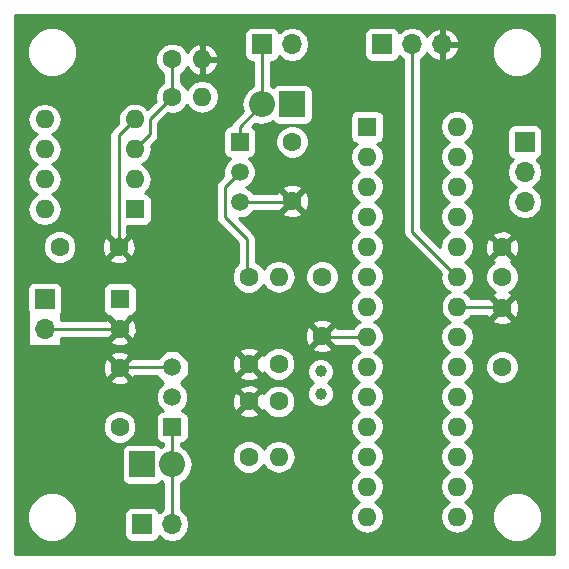
<source format=gtl>
G04 #@! TF.FileFunction,Copper,L1,Top,Signal*
%FSLAX46Y46*%
G04 Gerber Fmt 4.6, Leading zero omitted, Abs format (unit mm)*
G04 Created by KiCad (PCBNEW 4.0.7) date Thursday, January 11, 2018 'PMt' 11:46:20 PM*
%MOMM*%
%LPD*%
G01*
G04 APERTURE LIST*
%ADD10C,0.100000*%
%ADD11R,1.600000X1.600000*%
%ADD12O,1.600000X1.600000*%
%ADD13C,1.000000*%
%ADD14C,1.600000*%
%ADD15R,2.200000X2.200000*%
%ADD16O,2.200000X2.200000*%
%ADD17R,1.700000X1.700000*%
%ADD18O,1.700000X1.700000*%
%ADD19C,1.520000*%
%ADD20R,1.520000X1.520000*%
%ADD21C,0.250000*%
G04 APERTURE END LIST*
D10*
D11*
X152400000Y-79375000D03*
D12*
X160020000Y-112395000D03*
X152400000Y-81915000D03*
X160020000Y-109855000D03*
X152400000Y-84455000D03*
X160020000Y-107315000D03*
X152400000Y-86995000D03*
X160020000Y-104775000D03*
X152400000Y-89535000D03*
X160020000Y-102235000D03*
X152400000Y-92075000D03*
X160020000Y-99695000D03*
X152400000Y-94615000D03*
X160020000Y-97155000D03*
X152400000Y-97155000D03*
X160020000Y-94615000D03*
X152400000Y-99695000D03*
X160020000Y-92075000D03*
X152400000Y-102235000D03*
X160020000Y-89535000D03*
X152400000Y-104775000D03*
X160020000Y-86995000D03*
X152400000Y-107315000D03*
X160020000Y-84455000D03*
X152400000Y-109855000D03*
X160020000Y-81915000D03*
X152400000Y-112395000D03*
X160020000Y-79375000D03*
D11*
X132715000Y-86360000D03*
D12*
X125095000Y-78740000D03*
X132715000Y-83820000D03*
X125095000Y-81280000D03*
X132715000Y-81280000D03*
X125095000Y-83820000D03*
X132715000Y-78740000D03*
X125095000Y-86360000D03*
D13*
X148463000Y-101981000D03*
X148463000Y-100081000D03*
D14*
X126365000Y-89535000D03*
X131365000Y-89535000D03*
X148590000Y-92075000D03*
X148590000Y-97075000D03*
X163830000Y-99695000D03*
X163830000Y-94695000D03*
X146050000Y-80645000D03*
X146050000Y-85645000D03*
X131445000Y-104775000D03*
X131445000Y-99775000D03*
X163830000Y-92075000D03*
X163830000Y-89575000D03*
X144907000Y-102616000D03*
X142407000Y-102616000D03*
X144907000Y-99441000D03*
X142407000Y-99441000D03*
D15*
X146050000Y-77470000D03*
D16*
X143510000Y-77470000D03*
D15*
X133350000Y-107950000D03*
D16*
X135890000Y-107950000D03*
D17*
X143510000Y-72390000D03*
D18*
X146050000Y-72390000D03*
D17*
X165735000Y-80645000D03*
D18*
X165735000Y-83185000D03*
X165735000Y-85725000D03*
D14*
X135890000Y-76835000D03*
D12*
X138430000Y-76835000D03*
D14*
X135890000Y-73660000D03*
D12*
X138430000Y-73660000D03*
D14*
X142367000Y-92075000D03*
D12*
X144907000Y-92075000D03*
D14*
X142367000Y-107315000D03*
D12*
X144907000Y-107315000D03*
D17*
X133350000Y-113030000D03*
D18*
X135890000Y-113030000D03*
D17*
X153670000Y-72390000D03*
D18*
X156210000Y-72390000D03*
X158750000Y-72390000D03*
D17*
X125095000Y-93980000D03*
D18*
X125095000Y-96520000D03*
D11*
X131445000Y-93980000D03*
D14*
X131445000Y-96480000D03*
D19*
X141605000Y-83185000D03*
X141605000Y-85725000D03*
D20*
X141605000Y-80645000D03*
D19*
X135890000Y-102235000D03*
X135890000Y-99695000D03*
D20*
X135890000Y-104775000D03*
D21*
X135890000Y-99695000D02*
X131525000Y-99695000D01*
X131525000Y-99695000D02*
X131445000Y-99775000D01*
X160020000Y-94615000D02*
X163750000Y-94615000D01*
X163750000Y-94615000D02*
X163830000Y-94695000D01*
X125095000Y-96520000D02*
X131405000Y-96520000D01*
X131405000Y-96520000D02*
X131445000Y-96480000D01*
X131365000Y-89535000D02*
X131365000Y-80090000D01*
X131365000Y-80090000D02*
X132715000Y-78740000D01*
X152400000Y-97155000D02*
X148670000Y-97155000D01*
X148670000Y-97155000D02*
X148590000Y-97075000D01*
X141605000Y-85725000D02*
X145970000Y-85725000D01*
X145970000Y-85725000D02*
X146050000Y-85645000D01*
X135890000Y-76835000D02*
X133985000Y-78740000D01*
X133985000Y-78740000D02*
X133985000Y-80010000D01*
X133985000Y-80010000D02*
X132715000Y-81280000D01*
X135890000Y-73660000D02*
X135890000Y-76835000D01*
X143510000Y-77470000D02*
X141605000Y-79375000D01*
X141605000Y-79375000D02*
X141605000Y-80645000D01*
X143510000Y-77470000D02*
X143510000Y-72390000D01*
X135890000Y-107950000D02*
X135890000Y-113030000D01*
X135890000Y-107950000D02*
X135890000Y-104775000D01*
X141605000Y-83185000D02*
X140335000Y-84455000D01*
X140335000Y-84455000D02*
X140335000Y-86995000D01*
X140335000Y-86995000D02*
X142240000Y-88900000D01*
X142240000Y-88900000D02*
X142240000Y-92075000D01*
X142240000Y-92075000D02*
X142367000Y-92075000D01*
X156210000Y-72390000D02*
X156210000Y-88265000D01*
X156210000Y-88265000D02*
X160020000Y-92075000D01*
G36*
X168235000Y-115530000D02*
X122595000Y-115530000D01*
X122595000Y-112815834D01*
X123604632Y-112815834D01*
X123927462Y-113597143D01*
X124524713Y-114195437D01*
X125305457Y-114519630D01*
X126150834Y-114520368D01*
X126932143Y-114197538D01*
X127530437Y-113600287D01*
X127854630Y-112819543D01*
X127855368Y-111974166D01*
X127532538Y-111192857D01*
X126935287Y-110594563D01*
X126154543Y-110270370D01*
X125309166Y-110269632D01*
X124527857Y-110592462D01*
X123929563Y-111189713D01*
X123605370Y-111970457D01*
X123604632Y-112815834D01*
X122595000Y-112815834D01*
X122595000Y-106850000D01*
X131612756Y-106850000D01*
X131612756Y-109050000D01*
X131656337Y-109281611D01*
X131793219Y-109494332D01*
X132002076Y-109637038D01*
X132250000Y-109687244D01*
X134450000Y-109687244D01*
X134681611Y-109643663D01*
X134894332Y-109506781D01*
X134971597Y-109393700D01*
X135140000Y-109506223D01*
X135140000Y-111762356D01*
X134847017Y-111958120D01*
X134806815Y-112018286D01*
X134793663Y-111948389D01*
X134656781Y-111735668D01*
X134447924Y-111592962D01*
X134200000Y-111542756D01*
X132500000Y-111542756D01*
X132268389Y-111586337D01*
X132055668Y-111723219D01*
X131912962Y-111932076D01*
X131862756Y-112180000D01*
X131862756Y-113880000D01*
X131906337Y-114111611D01*
X132043219Y-114324332D01*
X132252076Y-114467038D01*
X132500000Y-114517244D01*
X134200000Y-114517244D01*
X134431611Y-114473663D01*
X134644332Y-114336781D01*
X134787038Y-114127924D01*
X134805035Y-114039050D01*
X134847017Y-114101880D01*
X135325542Y-114421619D01*
X135890000Y-114533897D01*
X136454458Y-114421619D01*
X136932983Y-114101880D01*
X137252722Y-113623355D01*
X137365000Y-113058897D01*
X137365000Y-113001103D01*
X137252722Y-112436645D01*
X136932983Y-111958120D01*
X136640000Y-111762356D01*
X136640000Y-109506223D01*
X137143554Y-109169759D01*
X137517487Y-108610129D01*
X137648795Y-107950000D01*
X137578620Y-107597206D01*
X140941754Y-107597206D01*
X141158240Y-108121143D01*
X141558749Y-108522351D01*
X142082307Y-108739752D01*
X142649206Y-108740246D01*
X143173143Y-108523760D01*
X143574351Y-108123251D01*
X143637163Y-107971983D01*
X143871456Y-108322627D01*
X144333759Y-108631528D01*
X144879083Y-108740000D01*
X144934917Y-108740000D01*
X145480241Y-108631528D01*
X145942544Y-108322627D01*
X146251445Y-107860324D01*
X146359917Y-107315000D01*
X146251445Y-106769676D01*
X145942544Y-106307373D01*
X145480241Y-105998472D01*
X144934917Y-105890000D01*
X144879083Y-105890000D01*
X144333759Y-105998472D01*
X143871456Y-106307373D01*
X143637304Y-106657806D01*
X143575760Y-106508857D01*
X143175251Y-106107649D01*
X142651693Y-105890248D01*
X142084794Y-105889754D01*
X141560857Y-106106240D01*
X141159649Y-106506749D01*
X140942248Y-107030307D01*
X140941754Y-107597206D01*
X137578620Y-107597206D01*
X137517487Y-107289871D01*
X137143554Y-106730241D01*
X136640000Y-106393777D01*
X136640000Y-106172244D01*
X136650000Y-106172244D01*
X136881611Y-106128663D01*
X137094332Y-105991781D01*
X137237038Y-105782924D01*
X137287244Y-105535000D01*
X137287244Y-104015000D01*
X137243663Y-103783389D01*
X137136595Y-103617000D01*
X141582777Y-103617000D01*
X141657291Y-103860550D01*
X142190627Y-104052716D01*
X142756905Y-104026155D01*
X143156709Y-103860550D01*
X143231223Y-103617000D01*
X142407000Y-102792777D01*
X141582777Y-103617000D01*
X137136595Y-103617000D01*
X137106781Y-103570668D01*
X136897924Y-103427962D01*
X136696261Y-103387124D01*
X137063461Y-103020564D01*
X137274759Y-102511702D01*
X137274856Y-102399627D01*
X140970284Y-102399627D01*
X140996845Y-102965905D01*
X141162450Y-103365709D01*
X141406000Y-103440223D01*
X142230223Y-102616000D01*
X142583777Y-102616000D01*
X143408000Y-103440223D01*
X143651550Y-103365709D01*
X143662437Y-103335493D01*
X143698240Y-103422143D01*
X144098749Y-103823351D01*
X144622307Y-104040752D01*
X145189206Y-104041246D01*
X145713143Y-103824760D01*
X146114351Y-103424251D01*
X146331752Y-102900693D01*
X146332246Y-102333794D01*
X146115760Y-101809857D01*
X145715251Y-101408649D01*
X145191693Y-101191248D01*
X144624794Y-101190754D01*
X144100857Y-101407240D01*
X143699649Y-101807749D01*
X143663430Y-101894973D01*
X143651550Y-101866291D01*
X143408000Y-101791777D01*
X142583777Y-102616000D01*
X142230223Y-102616000D01*
X141406000Y-101791777D01*
X141162450Y-101866291D01*
X140970284Y-102399627D01*
X137274856Y-102399627D01*
X137275240Y-101960715D01*
X137132394Y-101615000D01*
X141582777Y-101615000D01*
X142407000Y-102439223D01*
X143231223Y-101615000D01*
X143156709Y-101371450D01*
X142623373Y-101179284D01*
X142057095Y-101205845D01*
X141657291Y-101371450D01*
X141582777Y-101615000D01*
X137132394Y-101615000D01*
X137064831Y-101451485D01*
X136675564Y-101061539D01*
X136625871Y-101040905D01*
X137224776Y-100442000D01*
X141582777Y-100442000D01*
X141657291Y-100685550D01*
X142190627Y-100877716D01*
X142756905Y-100851155D01*
X143156709Y-100685550D01*
X143231223Y-100442000D01*
X142407000Y-99617777D01*
X141582777Y-100442000D01*
X137224776Y-100442000D01*
X137248388Y-100418388D01*
X137275152Y-100378632D01*
X137285000Y-100330000D01*
X137285000Y-99907151D01*
X137286907Y-99901817D01*
X137285000Y-99863216D01*
X137285000Y-99224627D01*
X140970284Y-99224627D01*
X140996845Y-99790905D01*
X141162450Y-100190709D01*
X141406000Y-100265223D01*
X142230223Y-99441000D01*
X142583777Y-99441000D01*
X143408000Y-100265223D01*
X143651550Y-100190709D01*
X143662437Y-100160493D01*
X143698240Y-100247143D01*
X144098749Y-100648351D01*
X144622307Y-100865752D01*
X145189206Y-100866246D01*
X145713143Y-100649760D01*
X146059711Y-100303795D01*
X147337805Y-100303795D01*
X147508715Y-100717429D01*
X147822009Y-101031269D01*
X147509828Y-101342907D01*
X147338196Y-101756242D01*
X147337805Y-102203795D01*
X147508715Y-102617429D01*
X147824907Y-102934172D01*
X148238242Y-103105804D01*
X148685795Y-103106195D01*
X149099429Y-102935285D01*
X149416172Y-102619093D01*
X149587804Y-102205758D01*
X149588195Y-101758205D01*
X149417285Y-101344571D01*
X149103991Y-101030731D01*
X149416172Y-100719093D01*
X149587804Y-100305758D01*
X149588195Y-99858205D01*
X149417285Y-99444571D01*
X149101093Y-99127828D01*
X148687758Y-98956196D01*
X148240205Y-98955805D01*
X147826571Y-99126715D01*
X147509828Y-99442907D01*
X147338196Y-99856242D01*
X147337805Y-100303795D01*
X146059711Y-100303795D01*
X146114351Y-100249251D01*
X146331752Y-99725693D01*
X146332246Y-99158794D01*
X146115760Y-98634857D01*
X145715251Y-98233649D01*
X145335592Y-98076000D01*
X147765777Y-98076000D01*
X147840291Y-98319550D01*
X148373627Y-98511716D01*
X148939905Y-98485155D01*
X149339709Y-98319550D01*
X149414223Y-98076000D01*
X148590000Y-97251777D01*
X147765777Y-98076000D01*
X145335592Y-98076000D01*
X145191693Y-98016248D01*
X144624794Y-98015754D01*
X144100857Y-98232240D01*
X143699649Y-98632749D01*
X143663430Y-98719973D01*
X143651550Y-98691291D01*
X143408000Y-98616777D01*
X142583777Y-99441000D01*
X142230223Y-99441000D01*
X141406000Y-98616777D01*
X141162450Y-98691291D01*
X140970284Y-99224627D01*
X137285000Y-99224627D01*
X137285000Y-99187000D01*
X137275813Y-99139963D01*
X137248388Y-99098612D01*
X136589776Y-98440000D01*
X141582777Y-98440000D01*
X142407000Y-99264223D01*
X143231223Y-98440000D01*
X143156709Y-98196450D01*
X142623373Y-98004284D01*
X142057095Y-98030845D01*
X141657291Y-98196450D01*
X141582777Y-98440000D01*
X136589776Y-98440000D01*
X136486388Y-98336612D01*
X136446632Y-98309848D01*
X136398000Y-98300000D01*
X136102151Y-98300000D01*
X136096817Y-98298093D01*
X136058216Y-98300000D01*
X135382000Y-98300000D01*
X135334963Y-98309187D01*
X135293612Y-98336612D01*
X134695224Y-98935000D01*
X132461000Y-98935000D01*
X132415568Y-98943549D01*
X132373841Y-98970399D01*
X132345848Y-99011368D01*
X132336000Y-99060000D01*
X132336000Y-99060777D01*
X131621777Y-99775000D01*
X132446000Y-100599223D01*
X132689550Y-100524709D01*
X132714667Y-100455000D01*
X134568224Y-100455000D01*
X135153830Y-101040606D01*
X135106485Y-101060169D01*
X134716539Y-101449436D01*
X134505241Y-101958298D01*
X134504760Y-102509285D01*
X134715169Y-103018515D01*
X135082674Y-103386661D01*
X134898389Y-103421337D01*
X134685668Y-103558219D01*
X134542962Y-103767076D01*
X134492756Y-104015000D01*
X134492756Y-105535000D01*
X134536337Y-105766611D01*
X134673219Y-105979332D01*
X134882076Y-106122038D01*
X135130000Y-106172244D01*
X135140000Y-106172244D01*
X135140000Y-106393777D01*
X134971554Y-106506329D01*
X134906781Y-106405668D01*
X134697924Y-106262962D01*
X134450000Y-106212756D01*
X132250000Y-106212756D01*
X132018389Y-106256337D01*
X131805668Y-106393219D01*
X131662962Y-106602076D01*
X131612756Y-106850000D01*
X122595000Y-106850000D01*
X122595000Y-105057206D01*
X130019754Y-105057206D01*
X130236240Y-105581143D01*
X130636749Y-105982351D01*
X131160307Y-106199752D01*
X131727206Y-106200246D01*
X132251143Y-105983760D01*
X132652351Y-105583251D01*
X132869752Y-105059693D01*
X132870246Y-104492794D01*
X132653760Y-103968857D01*
X132253251Y-103567649D01*
X131729693Y-103350248D01*
X131162794Y-103349754D01*
X130638857Y-103566240D01*
X130237649Y-103966749D01*
X130020248Y-104490307D01*
X130019754Y-105057206D01*
X122595000Y-105057206D01*
X122595000Y-100776000D01*
X130620777Y-100776000D01*
X130695291Y-101019550D01*
X131228627Y-101211716D01*
X131794905Y-101185155D01*
X132194709Y-101019550D01*
X132269223Y-100776000D01*
X131445000Y-99951777D01*
X130620777Y-100776000D01*
X122595000Y-100776000D01*
X122595000Y-99558627D01*
X130008284Y-99558627D01*
X130034845Y-100124905D01*
X130200450Y-100524709D01*
X130444000Y-100599223D01*
X131268223Y-99775000D01*
X130444000Y-98950777D01*
X130200450Y-99025291D01*
X130008284Y-99558627D01*
X122595000Y-99558627D01*
X122595000Y-98774000D01*
X130620777Y-98774000D01*
X131445000Y-99598223D01*
X132269223Y-98774000D01*
X132194709Y-98530450D01*
X131661373Y-98338284D01*
X131095095Y-98364845D01*
X130695291Y-98530450D01*
X130620777Y-98774000D01*
X122595000Y-98774000D01*
X122595000Y-93130000D01*
X123607756Y-93130000D01*
X123607756Y-94830000D01*
X123651337Y-95061611D01*
X123726029Y-95177686D01*
X123709848Y-95201368D01*
X123700000Y-95250000D01*
X123700000Y-96077189D01*
X123662955Y-96166628D01*
X123700000Y-96237582D01*
X123700000Y-96802418D01*
X123662955Y-96873372D01*
X123700000Y-96962811D01*
X123700000Y-97790000D01*
X123708549Y-97835432D01*
X123735399Y-97877159D01*
X123776368Y-97905152D01*
X123825000Y-97915000D01*
X124662566Y-97915000D01*
X124741627Y-97952054D01*
X124812977Y-97915000D01*
X125377023Y-97915000D01*
X125448373Y-97952054D01*
X125527434Y-97915000D01*
X126365000Y-97915000D01*
X126410432Y-97906451D01*
X126452159Y-97879601D01*
X126480152Y-97838632D01*
X126490000Y-97790000D01*
X126490000Y-97481000D01*
X130620777Y-97481000D01*
X130695291Y-97724550D01*
X131228627Y-97916716D01*
X131794905Y-97890155D01*
X132194709Y-97724550D01*
X132269223Y-97481000D01*
X131445000Y-96656777D01*
X130620777Y-97481000D01*
X126490000Y-97481000D01*
X126490000Y-97280000D01*
X130302000Y-97280000D01*
X130340901Y-97272680D01*
X130444000Y-97304223D01*
X131268223Y-96480000D01*
X131621777Y-96480000D01*
X132446000Y-97304223D01*
X132689550Y-97229709D01*
X132823254Y-96858627D01*
X147153284Y-96858627D01*
X147179845Y-97424905D01*
X147345450Y-97824709D01*
X147589000Y-97899223D01*
X148413223Y-97075000D01*
X148766777Y-97075000D01*
X149591000Y-97899223D01*
X149649497Y-97881326D01*
X149684368Y-97905152D01*
X149733000Y-97915000D01*
X151202390Y-97915000D01*
X151551725Y-98300025D01*
X151781641Y-98408619D01*
X151364456Y-98687373D01*
X151055555Y-99149676D01*
X150947083Y-99695000D01*
X151055555Y-100240324D01*
X151364456Y-100702627D01*
X151757125Y-100965000D01*
X151364456Y-101227373D01*
X151055555Y-101689676D01*
X150947083Y-102235000D01*
X151055555Y-102780324D01*
X151364456Y-103242627D01*
X151757125Y-103505000D01*
X151364456Y-103767373D01*
X151055555Y-104229676D01*
X150947083Y-104775000D01*
X151055555Y-105320324D01*
X151364456Y-105782627D01*
X151757125Y-106045000D01*
X151364456Y-106307373D01*
X151055555Y-106769676D01*
X150947083Y-107315000D01*
X151055555Y-107860324D01*
X151364456Y-108322627D01*
X151757125Y-108585000D01*
X151364456Y-108847373D01*
X151055555Y-109309676D01*
X150947083Y-109855000D01*
X151055555Y-110400324D01*
X151364456Y-110862627D01*
X151757125Y-111125000D01*
X151364456Y-111387373D01*
X151055555Y-111849676D01*
X150947083Y-112395000D01*
X151055555Y-112940324D01*
X151364456Y-113402627D01*
X151826759Y-113711528D01*
X152372083Y-113820000D01*
X152427917Y-113820000D01*
X152973241Y-113711528D01*
X153435544Y-113402627D01*
X153744445Y-112940324D01*
X153852917Y-112395000D01*
X153744445Y-111849676D01*
X153435544Y-111387373D01*
X153042875Y-111125000D01*
X153435544Y-110862627D01*
X153744445Y-110400324D01*
X153852917Y-109855000D01*
X153744445Y-109309676D01*
X153435544Y-108847373D01*
X153042875Y-108585000D01*
X153435544Y-108322627D01*
X153744445Y-107860324D01*
X153852917Y-107315000D01*
X153744445Y-106769676D01*
X153435544Y-106307373D01*
X153042875Y-106045000D01*
X153435544Y-105782627D01*
X153744445Y-105320324D01*
X153852917Y-104775000D01*
X153744445Y-104229676D01*
X153435544Y-103767373D01*
X153042875Y-103505000D01*
X153435544Y-103242627D01*
X153744445Y-102780324D01*
X153852917Y-102235000D01*
X153744445Y-101689676D01*
X153435544Y-101227373D01*
X153042875Y-100965000D01*
X153435544Y-100702627D01*
X153744445Y-100240324D01*
X153852917Y-99695000D01*
X153744445Y-99149676D01*
X153435544Y-98687373D01*
X153018359Y-98408619D01*
X153248275Y-98300025D01*
X153621886Y-97888244D01*
X153700902Y-97697471D01*
X153767609Y-97614087D01*
X153785152Y-97584632D01*
X153795000Y-97536000D01*
X153795000Y-96774000D01*
X153790299Y-96740040D01*
X153767609Y-96695913D01*
X153700902Y-96612529D01*
X153621886Y-96421756D01*
X153248275Y-96009975D01*
X153018359Y-95901381D01*
X153435544Y-95622627D01*
X153744445Y-95160324D01*
X153852917Y-94615000D01*
X153744445Y-94069676D01*
X153435544Y-93607373D01*
X153042875Y-93345000D01*
X153435544Y-93082627D01*
X153744445Y-92620324D01*
X153852917Y-92075000D01*
X153744445Y-91529676D01*
X153435544Y-91067373D01*
X153042875Y-90805000D01*
X153435544Y-90542627D01*
X153744445Y-90080324D01*
X153852917Y-89535000D01*
X153744445Y-88989676D01*
X153435544Y-88527373D01*
X153042875Y-88265000D01*
X153435544Y-88002627D01*
X153744445Y-87540324D01*
X153852917Y-86995000D01*
X153744445Y-86449676D01*
X153435544Y-85987373D01*
X153042875Y-85725000D01*
X153435544Y-85462627D01*
X153744445Y-85000324D01*
X153852917Y-84455000D01*
X153744445Y-83909676D01*
X153435544Y-83447373D01*
X153042875Y-83185000D01*
X153435544Y-82922627D01*
X153744445Y-82460324D01*
X153852917Y-81915000D01*
X153744445Y-81369676D01*
X153435544Y-80907373D01*
X153272700Y-80798564D01*
X153431611Y-80768663D01*
X153644332Y-80631781D01*
X153787038Y-80422924D01*
X153837244Y-80175000D01*
X153837244Y-78575000D01*
X153793663Y-78343389D01*
X153656781Y-78130668D01*
X153447924Y-77987962D01*
X153200000Y-77937756D01*
X151600000Y-77937756D01*
X151368389Y-77981337D01*
X151155668Y-78118219D01*
X151012962Y-78327076D01*
X150962756Y-78575000D01*
X150962756Y-80175000D01*
X151006337Y-80406611D01*
X151143219Y-80619332D01*
X151352076Y-80762038D01*
X151528497Y-80797764D01*
X151364456Y-80907373D01*
X151055555Y-81369676D01*
X150947083Y-81915000D01*
X151055555Y-82460324D01*
X151364456Y-82922627D01*
X151757125Y-83185000D01*
X151364456Y-83447373D01*
X151055555Y-83909676D01*
X150947083Y-84455000D01*
X151055555Y-85000324D01*
X151364456Y-85462627D01*
X151757125Y-85725000D01*
X151364456Y-85987373D01*
X151055555Y-86449676D01*
X150947083Y-86995000D01*
X151055555Y-87540324D01*
X151364456Y-88002627D01*
X151757125Y-88265000D01*
X151364456Y-88527373D01*
X151055555Y-88989676D01*
X150947083Y-89535000D01*
X151055555Y-90080324D01*
X151364456Y-90542627D01*
X151757125Y-90805000D01*
X151364456Y-91067373D01*
X151055555Y-91529676D01*
X150947083Y-92075000D01*
X151055555Y-92620324D01*
X151364456Y-93082627D01*
X151757125Y-93345000D01*
X151364456Y-93607373D01*
X151055555Y-94069676D01*
X150947083Y-94615000D01*
X151055555Y-95160324D01*
X151364456Y-95622627D01*
X151781641Y-95901381D01*
X151551725Y-96009975D01*
X151202390Y-96395000D01*
X149863425Y-96395000D01*
X149834550Y-96325291D01*
X149591000Y-96250777D01*
X148766777Y-97075000D01*
X148413223Y-97075000D01*
X147589000Y-96250777D01*
X147345450Y-96325291D01*
X147153284Y-96858627D01*
X132823254Y-96858627D01*
X132881716Y-96696373D01*
X132855155Y-96130095D01*
X132831920Y-96074000D01*
X147765777Y-96074000D01*
X148590000Y-96898223D01*
X149414223Y-96074000D01*
X149339709Y-95830450D01*
X148806373Y-95638284D01*
X148240095Y-95664845D01*
X147840291Y-95830450D01*
X147765777Y-96074000D01*
X132831920Y-96074000D01*
X132689550Y-95730291D01*
X132446000Y-95655777D01*
X131621777Y-96480000D01*
X131268223Y-96480000D01*
X130444000Y-95655777D01*
X130200450Y-95730291D01*
X130189746Y-95760000D01*
X126490000Y-95760000D01*
X126490000Y-95250000D01*
X126481451Y-95204568D01*
X126464018Y-95177475D01*
X126532038Y-95077924D01*
X126582244Y-94830000D01*
X126582244Y-93180000D01*
X130007756Y-93180000D01*
X130007756Y-94780000D01*
X130051337Y-95011611D01*
X130188219Y-95224332D01*
X130397076Y-95367038D01*
X130639982Y-95416228D01*
X130620777Y-95479000D01*
X131445000Y-96303223D01*
X132269223Y-95479000D01*
X132250039Y-95416296D01*
X132476611Y-95373663D01*
X132689332Y-95236781D01*
X132832038Y-95027924D01*
X132882244Y-94780000D01*
X132882244Y-93180000D01*
X132838663Y-92948389D01*
X132701781Y-92735668D01*
X132492924Y-92592962D01*
X132245000Y-92542756D01*
X130645000Y-92542756D01*
X130413389Y-92586337D01*
X130200668Y-92723219D01*
X130057962Y-92932076D01*
X130007756Y-93180000D01*
X126582244Y-93180000D01*
X126582244Y-93130000D01*
X126538663Y-92898389D01*
X126401781Y-92685668D01*
X126192924Y-92542962D01*
X125945000Y-92492756D01*
X124245000Y-92492756D01*
X124013389Y-92536337D01*
X123800668Y-92673219D01*
X123657962Y-92882076D01*
X123607756Y-93130000D01*
X122595000Y-93130000D01*
X122595000Y-89817206D01*
X124939754Y-89817206D01*
X125156240Y-90341143D01*
X125556749Y-90742351D01*
X126080307Y-90959752D01*
X126647206Y-90960246D01*
X127171143Y-90743760D01*
X127379265Y-90536000D01*
X130540777Y-90536000D01*
X130615291Y-90779550D01*
X131148627Y-90971716D01*
X131714905Y-90945155D01*
X132114709Y-90779550D01*
X132189223Y-90536000D01*
X131365000Y-89711777D01*
X130540777Y-90536000D01*
X127379265Y-90536000D01*
X127572351Y-90343251D01*
X127789752Y-89819693D01*
X127790188Y-89318627D01*
X129928284Y-89318627D01*
X129954845Y-89884905D01*
X130120450Y-90284709D01*
X130364000Y-90359223D01*
X131188223Y-89535000D01*
X131541777Y-89535000D01*
X132366000Y-90359223D01*
X132609550Y-90284709D01*
X132801716Y-89751373D01*
X132775155Y-89185095D01*
X132609550Y-88785291D01*
X132366000Y-88710777D01*
X131541777Y-89535000D01*
X131188223Y-89535000D01*
X130364000Y-88710777D01*
X130120450Y-88785291D01*
X129928284Y-89318627D01*
X127790188Y-89318627D01*
X127790246Y-89252794D01*
X127573760Y-88728857D01*
X127379243Y-88534000D01*
X130540777Y-88534000D01*
X131365000Y-89358223D01*
X132189223Y-88534000D01*
X132114709Y-88290450D01*
X132081394Y-88278446D01*
X132095547Y-87797244D01*
X133515000Y-87797244D01*
X133746611Y-87753663D01*
X133959332Y-87616781D01*
X134102038Y-87407924D01*
X134152244Y-87160000D01*
X134152244Y-85560000D01*
X134108663Y-85328389D01*
X133971781Y-85115668D01*
X133762924Y-84972962D01*
X133586503Y-84937236D01*
X133750544Y-84827627D01*
X133999525Y-84455000D01*
X139585000Y-84455000D01*
X139585000Y-86995000D01*
X139642090Y-87282013D01*
X139804670Y-87525330D01*
X141490000Y-89210660D01*
X141490000Y-90936974D01*
X141159649Y-91266749D01*
X140942248Y-91790307D01*
X140941754Y-92357206D01*
X141158240Y-92881143D01*
X141558749Y-93282351D01*
X142082307Y-93499752D01*
X142649206Y-93500246D01*
X143173143Y-93283760D01*
X143574351Y-92883251D01*
X143637163Y-92731983D01*
X143871456Y-93082627D01*
X144333759Y-93391528D01*
X144879083Y-93500000D01*
X144934917Y-93500000D01*
X145480241Y-93391528D01*
X145942544Y-93082627D01*
X146251445Y-92620324D01*
X146303782Y-92357206D01*
X147164754Y-92357206D01*
X147381240Y-92881143D01*
X147781749Y-93282351D01*
X148305307Y-93499752D01*
X148872206Y-93500246D01*
X149396143Y-93283760D01*
X149797351Y-92883251D01*
X150014752Y-92359693D01*
X150015246Y-91792794D01*
X149798760Y-91268857D01*
X149398251Y-90867649D01*
X148874693Y-90650248D01*
X148307794Y-90649754D01*
X147783857Y-90866240D01*
X147382649Y-91266749D01*
X147165248Y-91790307D01*
X147164754Y-92357206D01*
X146303782Y-92357206D01*
X146359917Y-92075000D01*
X146251445Y-91529676D01*
X145942544Y-91067373D01*
X145480241Y-90758472D01*
X144934917Y-90650000D01*
X144879083Y-90650000D01*
X144333759Y-90758472D01*
X143871456Y-91067373D01*
X143637304Y-91417806D01*
X143575760Y-91268857D01*
X143175251Y-90867649D01*
X142990000Y-90790726D01*
X142990000Y-88900000D01*
X142932910Y-88612987D01*
X142770330Y-88369670D01*
X141516711Y-87116051D01*
X141948500Y-87094720D01*
X142194072Y-86993000D01*
X142240000Y-86993000D01*
X142287037Y-86983813D01*
X142328388Y-86956388D01*
X142638776Y-86646000D01*
X145225777Y-86646000D01*
X145300291Y-86889550D01*
X145833627Y-87081716D01*
X146399905Y-87055155D01*
X146799709Y-86889550D01*
X146874223Y-86646000D01*
X146050000Y-85821777D01*
X145225777Y-86646000D01*
X142638776Y-86646000D01*
X142799776Y-86485000D01*
X144907000Y-86485000D01*
X144952432Y-86476451D01*
X144991164Y-86451528D01*
X145049000Y-86469223D01*
X145873223Y-85645000D01*
X146226777Y-85645000D01*
X147051000Y-86469223D01*
X147294550Y-86394709D01*
X147486716Y-85861373D01*
X147460155Y-85295095D01*
X147294550Y-84895291D01*
X147051000Y-84820777D01*
X146226777Y-85645000D01*
X145873223Y-85645000D01*
X145049000Y-84820777D01*
X144805450Y-84895291D01*
X144780333Y-84965000D01*
X142789667Y-84965000D01*
X142370488Y-84650616D01*
X142368565Y-84644000D01*
X145225777Y-84644000D01*
X146050000Y-85468223D01*
X146874223Y-84644000D01*
X146799709Y-84400450D01*
X146266373Y-84208284D01*
X145700095Y-84234845D01*
X145300291Y-84400450D01*
X145225777Y-84644000D01*
X142368565Y-84644000D01*
X142330646Y-84513571D01*
X142162186Y-84453348D01*
X142388515Y-84359831D01*
X142778461Y-83970564D01*
X142989759Y-83461702D01*
X142990240Y-82910715D01*
X142779831Y-82401485D01*
X142412326Y-82033339D01*
X142596611Y-81998663D01*
X142809332Y-81861781D01*
X142952038Y-81652924D01*
X143002244Y-81405000D01*
X143002244Y-80927206D01*
X144624754Y-80927206D01*
X144841240Y-81451143D01*
X145241749Y-81852351D01*
X145765307Y-82069752D01*
X146332206Y-82070246D01*
X146856143Y-81853760D01*
X147257351Y-81453251D01*
X147474752Y-80929693D01*
X147475246Y-80362794D01*
X147258760Y-79838857D01*
X146858251Y-79437649D01*
X146334693Y-79220248D01*
X145767794Y-79219754D01*
X145243857Y-79436240D01*
X144842649Y-79836749D01*
X144625248Y-80360307D01*
X144624754Y-80927206D01*
X143002244Y-80927206D01*
X143002244Y-79885000D01*
X142958663Y-79653389D01*
X142821781Y-79440668D01*
X142690020Y-79350640D01*
X142950274Y-79090386D01*
X143476205Y-79195000D01*
X143543795Y-79195000D01*
X144203924Y-79063692D01*
X144428446Y-78913671D01*
X144493219Y-79014332D01*
X144702076Y-79157038D01*
X144950000Y-79207244D01*
X147150000Y-79207244D01*
X147381611Y-79163663D01*
X147594332Y-79026781D01*
X147737038Y-78817924D01*
X147787244Y-78570000D01*
X147787244Y-76370000D01*
X147743663Y-76138389D01*
X147606781Y-75925668D01*
X147397924Y-75782962D01*
X147150000Y-75732756D01*
X144950000Y-75732756D01*
X144718389Y-75776337D01*
X144505668Y-75913219D01*
X144428403Y-76026300D01*
X144260000Y-75913777D01*
X144260000Y-73877244D01*
X144360000Y-73877244D01*
X144591611Y-73833663D01*
X144804332Y-73696781D01*
X144947038Y-73487924D01*
X144965035Y-73399050D01*
X145007017Y-73461880D01*
X145485542Y-73781619D01*
X146050000Y-73893897D01*
X146614458Y-73781619D01*
X147092983Y-73461880D01*
X147412722Y-72983355D01*
X147525000Y-72418897D01*
X147525000Y-72361103D01*
X147412722Y-71796645D01*
X147241238Y-71540000D01*
X152182756Y-71540000D01*
X152182756Y-73240000D01*
X152226337Y-73471611D01*
X152363219Y-73684332D01*
X152572076Y-73827038D01*
X152820000Y-73877244D01*
X154520000Y-73877244D01*
X154751611Y-73833663D01*
X154964332Y-73696781D01*
X155107038Y-73487924D01*
X155125035Y-73399050D01*
X155167017Y-73461880D01*
X155460000Y-73657644D01*
X155460000Y-88265000D01*
X155517090Y-88552013D01*
X155679670Y-88795330D01*
X158632163Y-91747823D01*
X158567083Y-92075000D01*
X158675555Y-92620324D01*
X158984456Y-93082627D01*
X159401641Y-93361381D01*
X159171725Y-93469975D01*
X158798114Y-93881756D01*
X158719098Y-94072529D01*
X158652391Y-94155913D01*
X158634848Y-94185368D01*
X158625000Y-94234000D01*
X158625000Y-94996000D01*
X158629701Y-95029960D01*
X158652391Y-95074087D01*
X158719098Y-95157471D01*
X158798114Y-95348244D01*
X159171725Y-95760025D01*
X159401641Y-95868619D01*
X158984456Y-96147373D01*
X158675555Y-96609676D01*
X158567083Y-97155000D01*
X158675555Y-97700324D01*
X158984456Y-98162627D01*
X159377125Y-98425000D01*
X158984456Y-98687373D01*
X158675555Y-99149676D01*
X158567083Y-99695000D01*
X158675555Y-100240324D01*
X158984456Y-100702627D01*
X159377125Y-100965000D01*
X158984456Y-101227373D01*
X158675555Y-101689676D01*
X158567083Y-102235000D01*
X158675555Y-102780324D01*
X158984456Y-103242627D01*
X159377125Y-103505000D01*
X158984456Y-103767373D01*
X158675555Y-104229676D01*
X158567083Y-104775000D01*
X158675555Y-105320324D01*
X158984456Y-105782627D01*
X159377125Y-106045000D01*
X158984456Y-106307373D01*
X158675555Y-106769676D01*
X158567083Y-107315000D01*
X158675555Y-107860324D01*
X158984456Y-108322627D01*
X159377125Y-108585000D01*
X158984456Y-108847373D01*
X158675555Y-109309676D01*
X158567083Y-109855000D01*
X158675555Y-110400324D01*
X158984456Y-110862627D01*
X159377125Y-111125000D01*
X158984456Y-111387373D01*
X158675555Y-111849676D01*
X158567083Y-112395000D01*
X158675555Y-112940324D01*
X158984456Y-113402627D01*
X159446759Y-113711528D01*
X159992083Y-113820000D01*
X160047917Y-113820000D01*
X160593241Y-113711528D01*
X161055544Y-113402627D01*
X161364445Y-112940324D01*
X161389207Y-112815834D01*
X162974632Y-112815834D01*
X163297462Y-113597143D01*
X163894713Y-114195437D01*
X164675457Y-114519630D01*
X165520834Y-114520368D01*
X166302143Y-114197538D01*
X166900437Y-113600287D01*
X167224630Y-112819543D01*
X167225368Y-111974166D01*
X166902538Y-111192857D01*
X166305287Y-110594563D01*
X165524543Y-110270370D01*
X164679166Y-110269632D01*
X163897857Y-110592462D01*
X163299563Y-111189713D01*
X162975370Y-111970457D01*
X162974632Y-112815834D01*
X161389207Y-112815834D01*
X161472917Y-112395000D01*
X161364445Y-111849676D01*
X161055544Y-111387373D01*
X160662875Y-111125000D01*
X161055544Y-110862627D01*
X161364445Y-110400324D01*
X161472917Y-109855000D01*
X161364445Y-109309676D01*
X161055544Y-108847373D01*
X160662875Y-108585000D01*
X161055544Y-108322627D01*
X161364445Y-107860324D01*
X161472917Y-107315000D01*
X161364445Y-106769676D01*
X161055544Y-106307373D01*
X160662875Y-106045000D01*
X161055544Y-105782627D01*
X161364445Y-105320324D01*
X161472917Y-104775000D01*
X161364445Y-104229676D01*
X161055544Y-103767373D01*
X160662875Y-103505000D01*
X161055544Y-103242627D01*
X161364445Y-102780324D01*
X161472917Y-102235000D01*
X161364445Y-101689676D01*
X161055544Y-101227373D01*
X160662875Y-100965000D01*
X161055544Y-100702627D01*
X161364445Y-100240324D01*
X161416782Y-99977206D01*
X162404754Y-99977206D01*
X162621240Y-100501143D01*
X163021749Y-100902351D01*
X163545307Y-101119752D01*
X164112206Y-101120246D01*
X164636143Y-100903760D01*
X165037351Y-100503251D01*
X165254752Y-99979693D01*
X165255246Y-99412794D01*
X165038760Y-98888857D01*
X164638251Y-98487649D01*
X164114693Y-98270248D01*
X163547794Y-98269754D01*
X163023857Y-98486240D01*
X162622649Y-98886749D01*
X162405248Y-99410307D01*
X162404754Y-99977206D01*
X161416782Y-99977206D01*
X161472917Y-99695000D01*
X161364445Y-99149676D01*
X161055544Y-98687373D01*
X160662875Y-98425000D01*
X161055544Y-98162627D01*
X161364445Y-97700324D01*
X161472917Y-97155000D01*
X161364445Y-96609676D01*
X161055544Y-96147373D01*
X160638359Y-95868619D01*
X160868275Y-95760025D01*
X160926365Y-95696000D01*
X163005777Y-95696000D01*
X163080291Y-95939550D01*
X163613627Y-96131716D01*
X164179905Y-96105155D01*
X164579709Y-95939550D01*
X164654223Y-95696000D01*
X163830000Y-94871777D01*
X163005777Y-95696000D01*
X160926365Y-95696000D01*
X161217610Y-95375000D01*
X162556575Y-95375000D01*
X162585450Y-95444709D01*
X162829000Y-95519223D01*
X163653223Y-94695000D01*
X164006777Y-94695000D01*
X164831000Y-95519223D01*
X165074550Y-95444709D01*
X165266716Y-94911373D01*
X165240155Y-94345095D01*
X165074550Y-93945291D01*
X164831000Y-93870777D01*
X164006777Y-94695000D01*
X163653223Y-94695000D01*
X162829000Y-93870777D01*
X162770503Y-93888674D01*
X162735632Y-93864848D01*
X162687000Y-93855000D01*
X161217610Y-93855000D01*
X160868275Y-93469975D01*
X160638359Y-93361381D01*
X161055544Y-93082627D01*
X161364445Y-92620324D01*
X161416782Y-92357206D01*
X162404754Y-92357206D01*
X162621240Y-92881143D01*
X163021749Y-93282351D01*
X163253646Y-93378644D01*
X163080291Y-93450450D01*
X163005777Y-93694000D01*
X163830000Y-94518223D01*
X164654223Y-93694000D01*
X164579709Y-93450450D01*
X164394354Y-93383665D01*
X164636143Y-93283760D01*
X165037351Y-92883251D01*
X165254752Y-92359693D01*
X165255246Y-91792794D01*
X165038760Y-91268857D01*
X164638251Y-90867649D01*
X164551027Y-90831430D01*
X164579709Y-90819550D01*
X164654223Y-90576000D01*
X163830000Y-89751777D01*
X163005777Y-90576000D01*
X163080291Y-90819550D01*
X163110507Y-90830437D01*
X163023857Y-90866240D01*
X162622649Y-91266749D01*
X162405248Y-91790307D01*
X162404754Y-92357206D01*
X161416782Y-92357206D01*
X161472917Y-92075000D01*
X161364445Y-91529676D01*
X161055544Y-91067373D01*
X160662875Y-90805000D01*
X161055544Y-90542627D01*
X161364445Y-90080324D01*
X161472917Y-89535000D01*
X161437835Y-89358627D01*
X162393284Y-89358627D01*
X162419845Y-89924905D01*
X162585450Y-90324709D01*
X162829000Y-90399223D01*
X163653223Y-89575000D01*
X164006777Y-89575000D01*
X164831000Y-90399223D01*
X165074550Y-90324709D01*
X165266716Y-89791373D01*
X165240155Y-89225095D01*
X165074550Y-88825291D01*
X164831000Y-88750777D01*
X164006777Y-89575000D01*
X163653223Y-89575000D01*
X162829000Y-88750777D01*
X162585450Y-88825291D01*
X162393284Y-89358627D01*
X161437835Y-89358627D01*
X161364445Y-88989676D01*
X161086700Y-88574000D01*
X163005777Y-88574000D01*
X163830000Y-89398223D01*
X164654223Y-88574000D01*
X164579709Y-88330450D01*
X164046373Y-88138284D01*
X163480095Y-88164845D01*
X163080291Y-88330450D01*
X163005777Y-88574000D01*
X161086700Y-88574000D01*
X161055544Y-88527373D01*
X160662875Y-88265000D01*
X161055544Y-88002627D01*
X161364445Y-87540324D01*
X161472917Y-86995000D01*
X161364445Y-86449676D01*
X161055544Y-85987373D01*
X160662875Y-85725000D01*
X161055544Y-85462627D01*
X161364445Y-85000324D01*
X161472917Y-84455000D01*
X161364445Y-83909676D01*
X161055544Y-83447373D01*
X160662875Y-83185000D01*
X164231103Y-83185000D01*
X164343381Y-83749458D01*
X164663120Y-84227983D01*
X165002876Y-84455000D01*
X164663120Y-84682017D01*
X164343381Y-85160542D01*
X164231103Y-85725000D01*
X164343381Y-86289458D01*
X164663120Y-86767983D01*
X165141645Y-87087722D01*
X165706103Y-87200000D01*
X165763897Y-87200000D01*
X166328355Y-87087722D01*
X166806880Y-86767983D01*
X167126619Y-86289458D01*
X167238897Y-85725000D01*
X167126619Y-85160542D01*
X166806880Y-84682017D01*
X166467124Y-84455000D01*
X166806880Y-84227983D01*
X167126619Y-83749458D01*
X167238897Y-83185000D01*
X167126619Y-82620542D01*
X166806880Y-82142017D01*
X166746714Y-82101815D01*
X166816611Y-82088663D01*
X167029332Y-81951781D01*
X167172038Y-81742924D01*
X167222244Y-81495000D01*
X167222244Y-79795000D01*
X167178663Y-79563389D01*
X167041781Y-79350668D01*
X166832924Y-79207962D01*
X166585000Y-79157756D01*
X164885000Y-79157756D01*
X164653389Y-79201337D01*
X164440668Y-79338219D01*
X164297962Y-79547076D01*
X164247756Y-79795000D01*
X164247756Y-81495000D01*
X164291337Y-81726611D01*
X164428219Y-81939332D01*
X164637076Y-82082038D01*
X164725950Y-82100035D01*
X164663120Y-82142017D01*
X164343381Y-82620542D01*
X164231103Y-83185000D01*
X160662875Y-83185000D01*
X161055544Y-82922627D01*
X161364445Y-82460324D01*
X161472917Y-81915000D01*
X161364445Y-81369676D01*
X161055544Y-80907373D01*
X160662875Y-80645000D01*
X161055544Y-80382627D01*
X161364445Y-79920324D01*
X161472917Y-79375000D01*
X161364445Y-78829676D01*
X161055544Y-78367373D01*
X160593241Y-78058472D01*
X160047917Y-77950000D01*
X159992083Y-77950000D01*
X159446759Y-78058472D01*
X158984456Y-78367373D01*
X158675555Y-78829676D01*
X158567083Y-79375000D01*
X158675555Y-79920324D01*
X158984456Y-80382627D01*
X159377125Y-80645000D01*
X158984456Y-80907373D01*
X158675555Y-81369676D01*
X158567083Y-81915000D01*
X158675555Y-82460324D01*
X158984456Y-82922627D01*
X159377125Y-83185000D01*
X158984456Y-83447373D01*
X158675555Y-83909676D01*
X158567083Y-84455000D01*
X158675555Y-85000324D01*
X158984456Y-85462627D01*
X159377125Y-85725000D01*
X158984456Y-85987373D01*
X158675555Y-86449676D01*
X158567083Y-86995000D01*
X158675555Y-87540324D01*
X158984456Y-88002627D01*
X159377125Y-88265000D01*
X158984456Y-88527373D01*
X158675555Y-88989676D01*
X158567083Y-89535000D01*
X158573644Y-89567984D01*
X156960000Y-87954340D01*
X156960000Y-73657644D01*
X157252983Y-73461880D01*
X157489085Y-73108527D01*
X157562185Y-73264497D01*
X157987258Y-73652487D01*
X158396628Y-73822045D01*
X158625000Y-73702812D01*
X158625000Y-72515000D01*
X158875000Y-72515000D01*
X158875000Y-73702812D01*
X159103372Y-73822045D01*
X159512742Y-73652487D01*
X159739146Y-73445834D01*
X162974632Y-73445834D01*
X163297462Y-74227143D01*
X163894713Y-74825437D01*
X164675457Y-75149630D01*
X165520834Y-75150368D01*
X166302143Y-74827538D01*
X166900437Y-74230287D01*
X167224630Y-73449543D01*
X167225368Y-72604166D01*
X166902538Y-71822857D01*
X166305287Y-71224563D01*
X165524543Y-70900370D01*
X164679166Y-70899632D01*
X163897857Y-71222462D01*
X163299563Y-71819713D01*
X162975370Y-72600457D01*
X162974632Y-73445834D01*
X159739146Y-73445834D01*
X159937815Y-73264497D01*
X160182054Y-72743373D01*
X160063453Y-72515000D01*
X158875000Y-72515000D01*
X158625000Y-72515000D01*
X158605000Y-72515000D01*
X158605000Y-72265000D01*
X158625000Y-72265000D01*
X158625000Y-71077188D01*
X158875000Y-71077188D01*
X158875000Y-72265000D01*
X160063453Y-72265000D01*
X160182054Y-72036627D01*
X159937815Y-71515503D01*
X159512742Y-71127513D01*
X159103372Y-70957955D01*
X158875000Y-71077188D01*
X158625000Y-71077188D01*
X158396628Y-70957955D01*
X157987258Y-71127513D01*
X157562185Y-71515503D01*
X157489085Y-71671473D01*
X157252983Y-71318120D01*
X156774458Y-70998381D01*
X156210000Y-70886103D01*
X155645542Y-70998381D01*
X155167017Y-71318120D01*
X155126815Y-71378286D01*
X155113663Y-71308389D01*
X154976781Y-71095668D01*
X154767924Y-70952962D01*
X154520000Y-70902756D01*
X152820000Y-70902756D01*
X152588389Y-70946337D01*
X152375668Y-71083219D01*
X152232962Y-71292076D01*
X152182756Y-71540000D01*
X147241238Y-71540000D01*
X147092983Y-71318120D01*
X146614458Y-70998381D01*
X146050000Y-70886103D01*
X145485542Y-70998381D01*
X145007017Y-71318120D01*
X144966815Y-71378286D01*
X144953663Y-71308389D01*
X144816781Y-71095668D01*
X144607924Y-70952962D01*
X144360000Y-70902756D01*
X142660000Y-70902756D01*
X142428389Y-70946337D01*
X142215668Y-71083219D01*
X142072962Y-71292076D01*
X142022756Y-71540000D01*
X142022756Y-73240000D01*
X142066337Y-73471611D01*
X142203219Y-73684332D01*
X142412076Y-73827038D01*
X142660000Y-73877244D01*
X142760000Y-73877244D01*
X142760000Y-75913777D01*
X142256446Y-76250241D01*
X141882513Y-76809871D01*
X141751205Y-77470000D01*
X141867033Y-78052307D01*
X141074670Y-78844670D01*
X140912090Y-79087987D01*
X140880310Y-79247756D01*
X140845000Y-79247756D01*
X140613389Y-79291337D01*
X140400668Y-79428219D01*
X140257962Y-79637076D01*
X140207756Y-79885000D01*
X140207756Y-81405000D01*
X140251337Y-81636611D01*
X140388219Y-81849332D01*
X140597076Y-81992038D01*
X140798739Y-82032876D01*
X140431539Y-82399436D01*
X140220241Y-82908298D01*
X140219760Y-83459285D01*
X140234465Y-83494875D01*
X139804670Y-83924670D01*
X139642090Y-84167987D01*
X139585000Y-84455000D01*
X133999525Y-84455000D01*
X134059445Y-84365324D01*
X134167917Y-83820000D01*
X134059445Y-83274676D01*
X133750544Y-82812373D01*
X133357875Y-82550000D01*
X133750544Y-82287627D01*
X134059445Y-81825324D01*
X134167917Y-81280000D01*
X134102837Y-80952823D01*
X134515330Y-80540330D01*
X134677910Y-80297013D01*
X134735000Y-80010000D01*
X134735000Y-79050660D01*
X135549204Y-78236456D01*
X135605307Y-78259752D01*
X136172206Y-78260246D01*
X136696143Y-78043760D01*
X137097351Y-77643251D01*
X137160163Y-77491983D01*
X137394456Y-77842627D01*
X137856759Y-78151528D01*
X138402083Y-78260000D01*
X138457917Y-78260000D01*
X139003241Y-78151528D01*
X139465544Y-77842627D01*
X139774445Y-77380324D01*
X139882917Y-76835000D01*
X139774445Y-76289676D01*
X139465544Y-75827373D01*
X139003241Y-75518472D01*
X138457917Y-75410000D01*
X138402083Y-75410000D01*
X137856759Y-75518472D01*
X137394456Y-75827373D01*
X137160304Y-76177806D01*
X137098760Y-76028857D01*
X136698251Y-75627649D01*
X136640000Y-75603461D01*
X136640000Y-74891958D01*
X136696143Y-74868760D01*
X137097351Y-74468251D01*
X137168356Y-74297253D01*
X137208114Y-74393244D01*
X137581725Y-74805025D01*
X138084478Y-75042486D01*
X138305000Y-74923267D01*
X138305000Y-73785000D01*
X138555000Y-73785000D01*
X138555000Y-74923267D01*
X138775522Y-75042486D01*
X139278275Y-74805025D01*
X139651886Y-74393244D01*
X139812476Y-74005521D01*
X139692577Y-73785000D01*
X138555000Y-73785000D01*
X138305000Y-73785000D01*
X138285000Y-73785000D01*
X138285000Y-73535000D01*
X138305000Y-73535000D01*
X138305000Y-72396733D01*
X138555000Y-72396733D01*
X138555000Y-73535000D01*
X139692577Y-73535000D01*
X139812476Y-73314479D01*
X139651886Y-72926756D01*
X139278275Y-72514975D01*
X138775522Y-72277514D01*
X138555000Y-72396733D01*
X138305000Y-72396733D01*
X138084478Y-72277514D01*
X137581725Y-72514975D01*
X137208114Y-72926756D01*
X137168450Y-73022520D01*
X137098760Y-72853857D01*
X136698251Y-72452649D01*
X136174693Y-72235248D01*
X135607794Y-72234754D01*
X135083857Y-72451240D01*
X134682649Y-72851749D01*
X134465248Y-73375307D01*
X134464754Y-73942206D01*
X134681240Y-74466143D01*
X135081749Y-74867351D01*
X135140000Y-74891539D01*
X135140000Y-75603042D01*
X135083857Y-75626240D01*
X134682649Y-76026749D01*
X134465248Y-76550307D01*
X134464754Y-77117206D01*
X134488840Y-77175500D01*
X133804022Y-77860318D01*
X133563275Y-77594975D01*
X133249592Y-77446816D01*
X133184388Y-77381612D01*
X133144632Y-77354848D01*
X133096000Y-77345000D01*
X132334000Y-77345000D01*
X132279364Y-77357573D01*
X132239928Y-77387687D01*
X132193672Y-77440551D01*
X131866725Y-77594975D01*
X131493114Y-78006756D01*
X131332524Y-78394479D01*
X131343759Y-78415142D01*
X131329848Y-78437368D01*
X131320000Y-78486000D01*
X131320000Y-79069224D01*
X130594612Y-79794612D01*
X130567848Y-79834368D01*
X130558000Y-79883000D01*
X130558000Y-88392000D01*
X130566549Y-88437432D01*
X130569106Y-88441406D01*
X130540777Y-88534000D01*
X127379243Y-88534000D01*
X127173251Y-88327649D01*
X126649693Y-88110248D01*
X126082794Y-88109754D01*
X125558857Y-88326240D01*
X125157649Y-88726749D01*
X124940248Y-89250307D01*
X124939754Y-89817206D01*
X122595000Y-89817206D01*
X122595000Y-78740000D01*
X123642083Y-78740000D01*
X123750555Y-79285324D01*
X124059456Y-79747627D01*
X124452125Y-80010000D01*
X124059456Y-80272373D01*
X123750555Y-80734676D01*
X123642083Y-81280000D01*
X123750555Y-81825324D01*
X124059456Y-82287627D01*
X124452125Y-82550000D01*
X124059456Y-82812373D01*
X123750555Y-83274676D01*
X123642083Y-83820000D01*
X123750555Y-84365324D01*
X124059456Y-84827627D01*
X124452125Y-85090000D01*
X124059456Y-85352373D01*
X123750555Y-85814676D01*
X123642083Y-86360000D01*
X123750555Y-86905324D01*
X124059456Y-87367627D01*
X124521759Y-87676528D01*
X125067083Y-87785000D01*
X125122917Y-87785000D01*
X125668241Y-87676528D01*
X126130544Y-87367627D01*
X126439445Y-86905324D01*
X126547917Y-86360000D01*
X126439445Y-85814676D01*
X126130544Y-85352373D01*
X125737875Y-85090000D01*
X126130544Y-84827627D01*
X126439445Y-84365324D01*
X126547917Y-83820000D01*
X126439445Y-83274676D01*
X126130544Y-82812373D01*
X125737875Y-82550000D01*
X126130544Y-82287627D01*
X126439445Y-81825324D01*
X126547917Y-81280000D01*
X126439445Y-80734676D01*
X126130544Y-80272373D01*
X125737875Y-80010000D01*
X126130544Y-79747627D01*
X126439445Y-79285324D01*
X126547917Y-78740000D01*
X126439445Y-78194676D01*
X126130544Y-77732373D01*
X125668241Y-77423472D01*
X125122917Y-77315000D01*
X125067083Y-77315000D01*
X124521759Y-77423472D01*
X124059456Y-77732373D01*
X123750555Y-78194676D01*
X123642083Y-78740000D01*
X122595000Y-78740000D01*
X122595000Y-73445834D01*
X123604632Y-73445834D01*
X123927462Y-74227143D01*
X124524713Y-74825437D01*
X125305457Y-75149630D01*
X126150834Y-75150368D01*
X126932143Y-74827538D01*
X127530437Y-74230287D01*
X127854630Y-73449543D01*
X127855368Y-72604166D01*
X127532538Y-71822857D01*
X126935287Y-71224563D01*
X126154543Y-70900370D01*
X125309166Y-70899632D01*
X124527857Y-71222462D01*
X123929563Y-71819713D01*
X123605370Y-72600457D01*
X123604632Y-73445834D01*
X122595000Y-73445834D01*
X122595000Y-69890000D01*
X168235000Y-69890000D01*
X168235000Y-115530000D01*
X168235000Y-115530000D01*
G37*
X168235000Y-115530000D02*
X122595000Y-115530000D01*
X122595000Y-112815834D01*
X123604632Y-112815834D01*
X123927462Y-113597143D01*
X124524713Y-114195437D01*
X125305457Y-114519630D01*
X126150834Y-114520368D01*
X126932143Y-114197538D01*
X127530437Y-113600287D01*
X127854630Y-112819543D01*
X127855368Y-111974166D01*
X127532538Y-111192857D01*
X126935287Y-110594563D01*
X126154543Y-110270370D01*
X125309166Y-110269632D01*
X124527857Y-110592462D01*
X123929563Y-111189713D01*
X123605370Y-111970457D01*
X123604632Y-112815834D01*
X122595000Y-112815834D01*
X122595000Y-106850000D01*
X131612756Y-106850000D01*
X131612756Y-109050000D01*
X131656337Y-109281611D01*
X131793219Y-109494332D01*
X132002076Y-109637038D01*
X132250000Y-109687244D01*
X134450000Y-109687244D01*
X134681611Y-109643663D01*
X134894332Y-109506781D01*
X134971597Y-109393700D01*
X135140000Y-109506223D01*
X135140000Y-111762356D01*
X134847017Y-111958120D01*
X134806815Y-112018286D01*
X134793663Y-111948389D01*
X134656781Y-111735668D01*
X134447924Y-111592962D01*
X134200000Y-111542756D01*
X132500000Y-111542756D01*
X132268389Y-111586337D01*
X132055668Y-111723219D01*
X131912962Y-111932076D01*
X131862756Y-112180000D01*
X131862756Y-113880000D01*
X131906337Y-114111611D01*
X132043219Y-114324332D01*
X132252076Y-114467038D01*
X132500000Y-114517244D01*
X134200000Y-114517244D01*
X134431611Y-114473663D01*
X134644332Y-114336781D01*
X134787038Y-114127924D01*
X134805035Y-114039050D01*
X134847017Y-114101880D01*
X135325542Y-114421619D01*
X135890000Y-114533897D01*
X136454458Y-114421619D01*
X136932983Y-114101880D01*
X137252722Y-113623355D01*
X137365000Y-113058897D01*
X137365000Y-113001103D01*
X137252722Y-112436645D01*
X136932983Y-111958120D01*
X136640000Y-111762356D01*
X136640000Y-109506223D01*
X137143554Y-109169759D01*
X137517487Y-108610129D01*
X137648795Y-107950000D01*
X137578620Y-107597206D01*
X140941754Y-107597206D01*
X141158240Y-108121143D01*
X141558749Y-108522351D01*
X142082307Y-108739752D01*
X142649206Y-108740246D01*
X143173143Y-108523760D01*
X143574351Y-108123251D01*
X143637163Y-107971983D01*
X143871456Y-108322627D01*
X144333759Y-108631528D01*
X144879083Y-108740000D01*
X144934917Y-108740000D01*
X145480241Y-108631528D01*
X145942544Y-108322627D01*
X146251445Y-107860324D01*
X146359917Y-107315000D01*
X146251445Y-106769676D01*
X145942544Y-106307373D01*
X145480241Y-105998472D01*
X144934917Y-105890000D01*
X144879083Y-105890000D01*
X144333759Y-105998472D01*
X143871456Y-106307373D01*
X143637304Y-106657806D01*
X143575760Y-106508857D01*
X143175251Y-106107649D01*
X142651693Y-105890248D01*
X142084794Y-105889754D01*
X141560857Y-106106240D01*
X141159649Y-106506749D01*
X140942248Y-107030307D01*
X140941754Y-107597206D01*
X137578620Y-107597206D01*
X137517487Y-107289871D01*
X137143554Y-106730241D01*
X136640000Y-106393777D01*
X136640000Y-106172244D01*
X136650000Y-106172244D01*
X136881611Y-106128663D01*
X137094332Y-105991781D01*
X137237038Y-105782924D01*
X137287244Y-105535000D01*
X137287244Y-104015000D01*
X137243663Y-103783389D01*
X137136595Y-103617000D01*
X141582777Y-103617000D01*
X141657291Y-103860550D01*
X142190627Y-104052716D01*
X142756905Y-104026155D01*
X143156709Y-103860550D01*
X143231223Y-103617000D01*
X142407000Y-102792777D01*
X141582777Y-103617000D01*
X137136595Y-103617000D01*
X137106781Y-103570668D01*
X136897924Y-103427962D01*
X136696261Y-103387124D01*
X137063461Y-103020564D01*
X137274759Y-102511702D01*
X137274856Y-102399627D01*
X140970284Y-102399627D01*
X140996845Y-102965905D01*
X141162450Y-103365709D01*
X141406000Y-103440223D01*
X142230223Y-102616000D01*
X142583777Y-102616000D01*
X143408000Y-103440223D01*
X143651550Y-103365709D01*
X143662437Y-103335493D01*
X143698240Y-103422143D01*
X144098749Y-103823351D01*
X144622307Y-104040752D01*
X145189206Y-104041246D01*
X145713143Y-103824760D01*
X146114351Y-103424251D01*
X146331752Y-102900693D01*
X146332246Y-102333794D01*
X146115760Y-101809857D01*
X145715251Y-101408649D01*
X145191693Y-101191248D01*
X144624794Y-101190754D01*
X144100857Y-101407240D01*
X143699649Y-101807749D01*
X143663430Y-101894973D01*
X143651550Y-101866291D01*
X143408000Y-101791777D01*
X142583777Y-102616000D01*
X142230223Y-102616000D01*
X141406000Y-101791777D01*
X141162450Y-101866291D01*
X140970284Y-102399627D01*
X137274856Y-102399627D01*
X137275240Y-101960715D01*
X137132394Y-101615000D01*
X141582777Y-101615000D01*
X142407000Y-102439223D01*
X143231223Y-101615000D01*
X143156709Y-101371450D01*
X142623373Y-101179284D01*
X142057095Y-101205845D01*
X141657291Y-101371450D01*
X141582777Y-101615000D01*
X137132394Y-101615000D01*
X137064831Y-101451485D01*
X136675564Y-101061539D01*
X136625871Y-101040905D01*
X137224776Y-100442000D01*
X141582777Y-100442000D01*
X141657291Y-100685550D01*
X142190627Y-100877716D01*
X142756905Y-100851155D01*
X143156709Y-100685550D01*
X143231223Y-100442000D01*
X142407000Y-99617777D01*
X141582777Y-100442000D01*
X137224776Y-100442000D01*
X137248388Y-100418388D01*
X137275152Y-100378632D01*
X137285000Y-100330000D01*
X137285000Y-99907151D01*
X137286907Y-99901817D01*
X137285000Y-99863216D01*
X137285000Y-99224627D01*
X140970284Y-99224627D01*
X140996845Y-99790905D01*
X141162450Y-100190709D01*
X141406000Y-100265223D01*
X142230223Y-99441000D01*
X142583777Y-99441000D01*
X143408000Y-100265223D01*
X143651550Y-100190709D01*
X143662437Y-100160493D01*
X143698240Y-100247143D01*
X144098749Y-100648351D01*
X144622307Y-100865752D01*
X145189206Y-100866246D01*
X145713143Y-100649760D01*
X146059711Y-100303795D01*
X147337805Y-100303795D01*
X147508715Y-100717429D01*
X147822009Y-101031269D01*
X147509828Y-101342907D01*
X147338196Y-101756242D01*
X147337805Y-102203795D01*
X147508715Y-102617429D01*
X147824907Y-102934172D01*
X148238242Y-103105804D01*
X148685795Y-103106195D01*
X149099429Y-102935285D01*
X149416172Y-102619093D01*
X149587804Y-102205758D01*
X149588195Y-101758205D01*
X149417285Y-101344571D01*
X149103991Y-101030731D01*
X149416172Y-100719093D01*
X149587804Y-100305758D01*
X149588195Y-99858205D01*
X149417285Y-99444571D01*
X149101093Y-99127828D01*
X148687758Y-98956196D01*
X148240205Y-98955805D01*
X147826571Y-99126715D01*
X147509828Y-99442907D01*
X147338196Y-99856242D01*
X147337805Y-100303795D01*
X146059711Y-100303795D01*
X146114351Y-100249251D01*
X146331752Y-99725693D01*
X146332246Y-99158794D01*
X146115760Y-98634857D01*
X145715251Y-98233649D01*
X145335592Y-98076000D01*
X147765777Y-98076000D01*
X147840291Y-98319550D01*
X148373627Y-98511716D01*
X148939905Y-98485155D01*
X149339709Y-98319550D01*
X149414223Y-98076000D01*
X148590000Y-97251777D01*
X147765777Y-98076000D01*
X145335592Y-98076000D01*
X145191693Y-98016248D01*
X144624794Y-98015754D01*
X144100857Y-98232240D01*
X143699649Y-98632749D01*
X143663430Y-98719973D01*
X143651550Y-98691291D01*
X143408000Y-98616777D01*
X142583777Y-99441000D01*
X142230223Y-99441000D01*
X141406000Y-98616777D01*
X141162450Y-98691291D01*
X140970284Y-99224627D01*
X137285000Y-99224627D01*
X137285000Y-99187000D01*
X137275813Y-99139963D01*
X137248388Y-99098612D01*
X136589776Y-98440000D01*
X141582777Y-98440000D01*
X142407000Y-99264223D01*
X143231223Y-98440000D01*
X143156709Y-98196450D01*
X142623373Y-98004284D01*
X142057095Y-98030845D01*
X141657291Y-98196450D01*
X141582777Y-98440000D01*
X136589776Y-98440000D01*
X136486388Y-98336612D01*
X136446632Y-98309848D01*
X136398000Y-98300000D01*
X136102151Y-98300000D01*
X136096817Y-98298093D01*
X136058216Y-98300000D01*
X135382000Y-98300000D01*
X135334963Y-98309187D01*
X135293612Y-98336612D01*
X134695224Y-98935000D01*
X132461000Y-98935000D01*
X132415568Y-98943549D01*
X132373841Y-98970399D01*
X132345848Y-99011368D01*
X132336000Y-99060000D01*
X132336000Y-99060777D01*
X131621777Y-99775000D01*
X132446000Y-100599223D01*
X132689550Y-100524709D01*
X132714667Y-100455000D01*
X134568224Y-100455000D01*
X135153830Y-101040606D01*
X135106485Y-101060169D01*
X134716539Y-101449436D01*
X134505241Y-101958298D01*
X134504760Y-102509285D01*
X134715169Y-103018515D01*
X135082674Y-103386661D01*
X134898389Y-103421337D01*
X134685668Y-103558219D01*
X134542962Y-103767076D01*
X134492756Y-104015000D01*
X134492756Y-105535000D01*
X134536337Y-105766611D01*
X134673219Y-105979332D01*
X134882076Y-106122038D01*
X135130000Y-106172244D01*
X135140000Y-106172244D01*
X135140000Y-106393777D01*
X134971554Y-106506329D01*
X134906781Y-106405668D01*
X134697924Y-106262962D01*
X134450000Y-106212756D01*
X132250000Y-106212756D01*
X132018389Y-106256337D01*
X131805668Y-106393219D01*
X131662962Y-106602076D01*
X131612756Y-106850000D01*
X122595000Y-106850000D01*
X122595000Y-105057206D01*
X130019754Y-105057206D01*
X130236240Y-105581143D01*
X130636749Y-105982351D01*
X131160307Y-106199752D01*
X131727206Y-106200246D01*
X132251143Y-105983760D01*
X132652351Y-105583251D01*
X132869752Y-105059693D01*
X132870246Y-104492794D01*
X132653760Y-103968857D01*
X132253251Y-103567649D01*
X131729693Y-103350248D01*
X131162794Y-103349754D01*
X130638857Y-103566240D01*
X130237649Y-103966749D01*
X130020248Y-104490307D01*
X130019754Y-105057206D01*
X122595000Y-105057206D01*
X122595000Y-100776000D01*
X130620777Y-100776000D01*
X130695291Y-101019550D01*
X131228627Y-101211716D01*
X131794905Y-101185155D01*
X132194709Y-101019550D01*
X132269223Y-100776000D01*
X131445000Y-99951777D01*
X130620777Y-100776000D01*
X122595000Y-100776000D01*
X122595000Y-99558627D01*
X130008284Y-99558627D01*
X130034845Y-100124905D01*
X130200450Y-100524709D01*
X130444000Y-100599223D01*
X131268223Y-99775000D01*
X130444000Y-98950777D01*
X130200450Y-99025291D01*
X130008284Y-99558627D01*
X122595000Y-99558627D01*
X122595000Y-98774000D01*
X130620777Y-98774000D01*
X131445000Y-99598223D01*
X132269223Y-98774000D01*
X132194709Y-98530450D01*
X131661373Y-98338284D01*
X131095095Y-98364845D01*
X130695291Y-98530450D01*
X130620777Y-98774000D01*
X122595000Y-98774000D01*
X122595000Y-93130000D01*
X123607756Y-93130000D01*
X123607756Y-94830000D01*
X123651337Y-95061611D01*
X123726029Y-95177686D01*
X123709848Y-95201368D01*
X123700000Y-95250000D01*
X123700000Y-96077189D01*
X123662955Y-96166628D01*
X123700000Y-96237582D01*
X123700000Y-96802418D01*
X123662955Y-96873372D01*
X123700000Y-96962811D01*
X123700000Y-97790000D01*
X123708549Y-97835432D01*
X123735399Y-97877159D01*
X123776368Y-97905152D01*
X123825000Y-97915000D01*
X124662566Y-97915000D01*
X124741627Y-97952054D01*
X124812977Y-97915000D01*
X125377023Y-97915000D01*
X125448373Y-97952054D01*
X125527434Y-97915000D01*
X126365000Y-97915000D01*
X126410432Y-97906451D01*
X126452159Y-97879601D01*
X126480152Y-97838632D01*
X126490000Y-97790000D01*
X126490000Y-97481000D01*
X130620777Y-97481000D01*
X130695291Y-97724550D01*
X131228627Y-97916716D01*
X131794905Y-97890155D01*
X132194709Y-97724550D01*
X132269223Y-97481000D01*
X131445000Y-96656777D01*
X130620777Y-97481000D01*
X126490000Y-97481000D01*
X126490000Y-97280000D01*
X130302000Y-97280000D01*
X130340901Y-97272680D01*
X130444000Y-97304223D01*
X131268223Y-96480000D01*
X131621777Y-96480000D01*
X132446000Y-97304223D01*
X132689550Y-97229709D01*
X132823254Y-96858627D01*
X147153284Y-96858627D01*
X147179845Y-97424905D01*
X147345450Y-97824709D01*
X147589000Y-97899223D01*
X148413223Y-97075000D01*
X148766777Y-97075000D01*
X149591000Y-97899223D01*
X149649497Y-97881326D01*
X149684368Y-97905152D01*
X149733000Y-97915000D01*
X151202390Y-97915000D01*
X151551725Y-98300025D01*
X151781641Y-98408619D01*
X151364456Y-98687373D01*
X151055555Y-99149676D01*
X150947083Y-99695000D01*
X151055555Y-100240324D01*
X151364456Y-100702627D01*
X151757125Y-100965000D01*
X151364456Y-101227373D01*
X151055555Y-101689676D01*
X150947083Y-102235000D01*
X151055555Y-102780324D01*
X151364456Y-103242627D01*
X151757125Y-103505000D01*
X151364456Y-103767373D01*
X151055555Y-104229676D01*
X150947083Y-104775000D01*
X151055555Y-105320324D01*
X151364456Y-105782627D01*
X151757125Y-106045000D01*
X151364456Y-106307373D01*
X151055555Y-106769676D01*
X150947083Y-107315000D01*
X151055555Y-107860324D01*
X151364456Y-108322627D01*
X151757125Y-108585000D01*
X151364456Y-108847373D01*
X151055555Y-109309676D01*
X150947083Y-109855000D01*
X151055555Y-110400324D01*
X151364456Y-110862627D01*
X151757125Y-111125000D01*
X151364456Y-111387373D01*
X151055555Y-111849676D01*
X150947083Y-112395000D01*
X151055555Y-112940324D01*
X151364456Y-113402627D01*
X151826759Y-113711528D01*
X152372083Y-113820000D01*
X152427917Y-113820000D01*
X152973241Y-113711528D01*
X153435544Y-113402627D01*
X153744445Y-112940324D01*
X153852917Y-112395000D01*
X153744445Y-111849676D01*
X153435544Y-111387373D01*
X153042875Y-111125000D01*
X153435544Y-110862627D01*
X153744445Y-110400324D01*
X153852917Y-109855000D01*
X153744445Y-109309676D01*
X153435544Y-108847373D01*
X153042875Y-108585000D01*
X153435544Y-108322627D01*
X153744445Y-107860324D01*
X153852917Y-107315000D01*
X153744445Y-106769676D01*
X153435544Y-106307373D01*
X153042875Y-106045000D01*
X153435544Y-105782627D01*
X153744445Y-105320324D01*
X153852917Y-104775000D01*
X153744445Y-104229676D01*
X153435544Y-103767373D01*
X153042875Y-103505000D01*
X153435544Y-103242627D01*
X153744445Y-102780324D01*
X153852917Y-102235000D01*
X153744445Y-101689676D01*
X153435544Y-101227373D01*
X153042875Y-100965000D01*
X153435544Y-100702627D01*
X153744445Y-100240324D01*
X153852917Y-99695000D01*
X153744445Y-99149676D01*
X153435544Y-98687373D01*
X153018359Y-98408619D01*
X153248275Y-98300025D01*
X153621886Y-97888244D01*
X153700902Y-97697471D01*
X153767609Y-97614087D01*
X153785152Y-97584632D01*
X153795000Y-97536000D01*
X153795000Y-96774000D01*
X153790299Y-96740040D01*
X153767609Y-96695913D01*
X153700902Y-96612529D01*
X153621886Y-96421756D01*
X153248275Y-96009975D01*
X153018359Y-95901381D01*
X153435544Y-95622627D01*
X153744445Y-95160324D01*
X153852917Y-94615000D01*
X153744445Y-94069676D01*
X153435544Y-93607373D01*
X153042875Y-93345000D01*
X153435544Y-93082627D01*
X153744445Y-92620324D01*
X153852917Y-92075000D01*
X153744445Y-91529676D01*
X153435544Y-91067373D01*
X153042875Y-90805000D01*
X153435544Y-90542627D01*
X153744445Y-90080324D01*
X153852917Y-89535000D01*
X153744445Y-88989676D01*
X153435544Y-88527373D01*
X153042875Y-88265000D01*
X153435544Y-88002627D01*
X153744445Y-87540324D01*
X153852917Y-86995000D01*
X153744445Y-86449676D01*
X153435544Y-85987373D01*
X153042875Y-85725000D01*
X153435544Y-85462627D01*
X153744445Y-85000324D01*
X153852917Y-84455000D01*
X153744445Y-83909676D01*
X153435544Y-83447373D01*
X153042875Y-83185000D01*
X153435544Y-82922627D01*
X153744445Y-82460324D01*
X153852917Y-81915000D01*
X153744445Y-81369676D01*
X153435544Y-80907373D01*
X153272700Y-80798564D01*
X153431611Y-80768663D01*
X153644332Y-80631781D01*
X153787038Y-80422924D01*
X153837244Y-80175000D01*
X153837244Y-78575000D01*
X153793663Y-78343389D01*
X153656781Y-78130668D01*
X153447924Y-77987962D01*
X153200000Y-77937756D01*
X151600000Y-77937756D01*
X151368389Y-77981337D01*
X151155668Y-78118219D01*
X151012962Y-78327076D01*
X150962756Y-78575000D01*
X150962756Y-80175000D01*
X151006337Y-80406611D01*
X151143219Y-80619332D01*
X151352076Y-80762038D01*
X151528497Y-80797764D01*
X151364456Y-80907373D01*
X151055555Y-81369676D01*
X150947083Y-81915000D01*
X151055555Y-82460324D01*
X151364456Y-82922627D01*
X151757125Y-83185000D01*
X151364456Y-83447373D01*
X151055555Y-83909676D01*
X150947083Y-84455000D01*
X151055555Y-85000324D01*
X151364456Y-85462627D01*
X151757125Y-85725000D01*
X151364456Y-85987373D01*
X151055555Y-86449676D01*
X150947083Y-86995000D01*
X151055555Y-87540324D01*
X151364456Y-88002627D01*
X151757125Y-88265000D01*
X151364456Y-88527373D01*
X151055555Y-88989676D01*
X150947083Y-89535000D01*
X151055555Y-90080324D01*
X151364456Y-90542627D01*
X151757125Y-90805000D01*
X151364456Y-91067373D01*
X151055555Y-91529676D01*
X150947083Y-92075000D01*
X151055555Y-92620324D01*
X151364456Y-93082627D01*
X151757125Y-93345000D01*
X151364456Y-93607373D01*
X151055555Y-94069676D01*
X150947083Y-94615000D01*
X151055555Y-95160324D01*
X151364456Y-95622627D01*
X151781641Y-95901381D01*
X151551725Y-96009975D01*
X151202390Y-96395000D01*
X149863425Y-96395000D01*
X149834550Y-96325291D01*
X149591000Y-96250777D01*
X148766777Y-97075000D01*
X148413223Y-97075000D01*
X147589000Y-96250777D01*
X147345450Y-96325291D01*
X147153284Y-96858627D01*
X132823254Y-96858627D01*
X132881716Y-96696373D01*
X132855155Y-96130095D01*
X132831920Y-96074000D01*
X147765777Y-96074000D01*
X148590000Y-96898223D01*
X149414223Y-96074000D01*
X149339709Y-95830450D01*
X148806373Y-95638284D01*
X148240095Y-95664845D01*
X147840291Y-95830450D01*
X147765777Y-96074000D01*
X132831920Y-96074000D01*
X132689550Y-95730291D01*
X132446000Y-95655777D01*
X131621777Y-96480000D01*
X131268223Y-96480000D01*
X130444000Y-95655777D01*
X130200450Y-95730291D01*
X130189746Y-95760000D01*
X126490000Y-95760000D01*
X126490000Y-95250000D01*
X126481451Y-95204568D01*
X126464018Y-95177475D01*
X126532038Y-95077924D01*
X126582244Y-94830000D01*
X126582244Y-93180000D01*
X130007756Y-93180000D01*
X130007756Y-94780000D01*
X130051337Y-95011611D01*
X130188219Y-95224332D01*
X130397076Y-95367038D01*
X130639982Y-95416228D01*
X130620777Y-95479000D01*
X131445000Y-96303223D01*
X132269223Y-95479000D01*
X132250039Y-95416296D01*
X132476611Y-95373663D01*
X132689332Y-95236781D01*
X132832038Y-95027924D01*
X132882244Y-94780000D01*
X132882244Y-93180000D01*
X132838663Y-92948389D01*
X132701781Y-92735668D01*
X132492924Y-92592962D01*
X132245000Y-92542756D01*
X130645000Y-92542756D01*
X130413389Y-92586337D01*
X130200668Y-92723219D01*
X130057962Y-92932076D01*
X130007756Y-93180000D01*
X126582244Y-93180000D01*
X126582244Y-93130000D01*
X126538663Y-92898389D01*
X126401781Y-92685668D01*
X126192924Y-92542962D01*
X125945000Y-92492756D01*
X124245000Y-92492756D01*
X124013389Y-92536337D01*
X123800668Y-92673219D01*
X123657962Y-92882076D01*
X123607756Y-93130000D01*
X122595000Y-93130000D01*
X122595000Y-89817206D01*
X124939754Y-89817206D01*
X125156240Y-90341143D01*
X125556749Y-90742351D01*
X126080307Y-90959752D01*
X126647206Y-90960246D01*
X127171143Y-90743760D01*
X127379265Y-90536000D01*
X130540777Y-90536000D01*
X130615291Y-90779550D01*
X131148627Y-90971716D01*
X131714905Y-90945155D01*
X132114709Y-90779550D01*
X132189223Y-90536000D01*
X131365000Y-89711777D01*
X130540777Y-90536000D01*
X127379265Y-90536000D01*
X127572351Y-90343251D01*
X127789752Y-89819693D01*
X127790188Y-89318627D01*
X129928284Y-89318627D01*
X129954845Y-89884905D01*
X130120450Y-90284709D01*
X130364000Y-90359223D01*
X131188223Y-89535000D01*
X131541777Y-89535000D01*
X132366000Y-90359223D01*
X132609550Y-90284709D01*
X132801716Y-89751373D01*
X132775155Y-89185095D01*
X132609550Y-88785291D01*
X132366000Y-88710777D01*
X131541777Y-89535000D01*
X131188223Y-89535000D01*
X130364000Y-88710777D01*
X130120450Y-88785291D01*
X129928284Y-89318627D01*
X127790188Y-89318627D01*
X127790246Y-89252794D01*
X127573760Y-88728857D01*
X127379243Y-88534000D01*
X130540777Y-88534000D01*
X131365000Y-89358223D01*
X132189223Y-88534000D01*
X132114709Y-88290450D01*
X132081394Y-88278446D01*
X132095547Y-87797244D01*
X133515000Y-87797244D01*
X133746611Y-87753663D01*
X133959332Y-87616781D01*
X134102038Y-87407924D01*
X134152244Y-87160000D01*
X134152244Y-85560000D01*
X134108663Y-85328389D01*
X133971781Y-85115668D01*
X133762924Y-84972962D01*
X133586503Y-84937236D01*
X133750544Y-84827627D01*
X133999525Y-84455000D01*
X139585000Y-84455000D01*
X139585000Y-86995000D01*
X139642090Y-87282013D01*
X139804670Y-87525330D01*
X141490000Y-89210660D01*
X141490000Y-90936974D01*
X141159649Y-91266749D01*
X140942248Y-91790307D01*
X140941754Y-92357206D01*
X141158240Y-92881143D01*
X141558749Y-93282351D01*
X142082307Y-93499752D01*
X142649206Y-93500246D01*
X143173143Y-93283760D01*
X143574351Y-92883251D01*
X143637163Y-92731983D01*
X143871456Y-93082627D01*
X144333759Y-93391528D01*
X144879083Y-93500000D01*
X144934917Y-93500000D01*
X145480241Y-93391528D01*
X145942544Y-93082627D01*
X146251445Y-92620324D01*
X146303782Y-92357206D01*
X147164754Y-92357206D01*
X147381240Y-92881143D01*
X147781749Y-93282351D01*
X148305307Y-93499752D01*
X148872206Y-93500246D01*
X149396143Y-93283760D01*
X149797351Y-92883251D01*
X150014752Y-92359693D01*
X150015246Y-91792794D01*
X149798760Y-91268857D01*
X149398251Y-90867649D01*
X148874693Y-90650248D01*
X148307794Y-90649754D01*
X147783857Y-90866240D01*
X147382649Y-91266749D01*
X147165248Y-91790307D01*
X147164754Y-92357206D01*
X146303782Y-92357206D01*
X146359917Y-92075000D01*
X146251445Y-91529676D01*
X145942544Y-91067373D01*
X145480241Y-90758472D01*
X144934917Y-90650000D01*
X144879083Y-90650000D01*
X144333759Y-90758472D01*
X143871456Y-91067373D01*
X143637304Y-91417806D01*
X143575760Y-91268857D01*
X143175251Y-90867649D01*
X142990000Y-90790726D01*
X142990000Y-88900000D01*
X142932910Y-88612987D01*
X142770330Y-88369670D01*
X141516711Y-87116051D01*
X141948500Y-87094720D01*
X142194072Y-86993000D01*
X142240000Y-86993000D01*
X142287037Y-86983813D01*
X142328388Y-86956388D01*
X142638776Y-86646000D01*
X145225777Y-86646000D01*
X145300291Y-86889550D01*
X145833627Y-87081716D01*
X146399905Y-87055155D01*
X146799709Y-86889550D01*
X146874223Y-86646000D01*
X146050000Y-85821777D01*
X145225777Y-86646000D01*
X142638776Y-86646000D01*
X142799776Y-86485000D01*
X144907000Y-86485000D01*
X144952432Y-86476451D01*
X144991164Y-86451528D01*
X145049000Y-86469223D01*
X145873223Y-85645000D01*
X146226777Y-85645000D01*
X147051000Y-86469223D01*
X147294550Y-86394709D01*
X147486716Y-85861373D01*
X147460155Y-85295095D01*
X147294550Y-84895291D01*
X147051000Y-84820777D01*
X146226777Y-85645000D01*
X145873223Y-85645000D01*
X145049000Y-84820777D01*
X144805450Y-84895291D01*
X144780333Y-84965000D01*
X142789667Y-84965000D01*
X142370488Y-84650616D01*
X142368565Y-84644000D01*
X145225777Y-84644000D01*
X146050000Y-85468223D01*
X146874223Y-84644000D01*
X146799709Y-84400450D01*
X146266373Y-84208284D01*
X145700095Y-84234845D01*
X145300291Y-84400450D01*
X145225777Y-84644000D01*
X142368565Y-84644000D01*
X142330646Y-84513571D01*
X142162186Y-84453348D01*
X142388515Y-84359831D01*
X142778461Y-83970564D01*
X142989759Y-83461702D01*
X142990240Y-82910715D01*
X142779831Y-82401485D01*
X142412326Y-82033339D01*
X142596611Y-81998663D01*
X142809332Y-81861781D01*
X142952038Y-81652924D01*
X143002244Y-81405000D01*
X143002244Y-80927206D01*
X144624754Y-80927206D01*
X144841240Y-81451143D01*
X145241749Y-81852351D01*
X145765307Y-82069752D01*
X146332206Y-82070246D01*
X146856143Y-81853760D01*
X147257351Y-81453251D01*
X147474752Y-80929693D01*
X147475246Y-80362794D01*
X147258760Y-79838857D01*
X146858251Y-79437649D01*
X146334693Y-79220248D01*
X145767794Y-79219754D01*
X145243857Y-79436240D01*
X144842649Y-79836749D01*
X144625248Y-80360307D01*
X144624754Y-80927206D01*
X143002244Y-80927206D01*
X143002244Y-79885000D01*
X142958663Y-79653389D01*
X142821781Y-79440668D01*
X142690020Y-79350640D01*
X142950274Y-79090386D01*
X143476205Y-79195000D01*
X143543795Y-79195000D01*
X144203924Y-79063692D01*
X144428446Y-78913671D01*
X144493219Y-79014332D01*
X144702076Y-79157038D01*
X144950000Y-79207244D01*
X147150000Y-79207244D01*
X147381611Y-79163663D01*
X147594332Y-79026781D01*
X147737038Y-78817924D01*
X147787244Y-78570000D01*
X147787244Y-76370000D01*
X147743663Y-76138389D01*
X147606781Y-75925668D01*
X147397924Y-75782962D01*
X147150000Y-75732756D01*
X144950000Y-75732756D01*
X144718389Y-75776337D01*
X144505668Y-75913219D01*
X144428403Y-76026300D01*
X144260000Y-75913777D01*
X144260000Y-73877244D01*
X144360000Y-73877244D01*
X144591611Y-73833663D01*
X144804332Y-73696781D01*
X144947038Y-73487924D01*
X144965035Y-73399050D01*
X145007017Y-73461880D01*
X145485542Y-73781619D01*
X146050000Y-73893897D01*
X146614458Y-73781619D01*
X147092983Y-73461880D01*
X147412722Y-72983355D01*
X147525000Y-72418897D01*
X147525000Y-72361103D01*
X147412722Y-71796645D01*
X147241238Y-71540000D01*
X152182756Y-71540000D01*
X152182756Y-73240000D01*
X152226337Y-73471611D01*
X152363219Y-73684332D01*
X152572076Y-73827038D01*
X152820000Y-73877244D01*
X154520000Y-73877244D01*
X154751611Y-73833663D01*
X154964332Y-73696781D01*
X155107038Y-73487924D01*
X155125035Y-73399050D01*
X155167017Y-73461880D01*
X155460000Y-73657644D01*
X155460000Y-88265000D01*
X155517090Y-88552013D01*
X155679670Y-88795330D01*
X158632163Y-91747823D01*
X158567083Y-92075000D01*
X158675555Y-92620324D01*
X158984456Y-93082627D01*
X159401641Y-93361381D01*
X159171725Y-93469975D01*
X158798114Y-93881756D01*
X158719098Y-94072529D01*
X158652391Y-94155913D01*
X158634848Y-94185368D01*
X158625000Y-94234000D01*
X158625000Y-94996000D01*
X158629701Y-95029960D01*
X158652391Y-95074087D01*
X158719098Y-95157471D01*
X158798114Y-95348244D01*
X159171725Y-95760025D01*
X159401641Y-95868619D01*
X158984456Y-96147373D01*
X158675555Y-96609676D01*
X158567083Y-97155000D01*
X158675555Y-97700324D01*
X158984456Y-98162627D01*
X159377125Y-98425000D01*
X158984456Y-98687373D01*
X158675555Y-99149676D01*
X158567083Y-99695000D01*
X158675555Y-100240324D01*
X158984456Y-100702627D01*
X159377125Y-100965000D01*
X158984456Y-101227373D01*
X158675555Y-101689676D01*
X158567083Y-102235000D01*
X158675555Y-102780324D01*
X158984456Y-103242627D01*
X159377125Y-103505000D01*
X158984456Y-103767373D01*
X158675555Y-104229676D01*
X158567083Y-104775000D01*
X158675555Y-105320324D01*
X158984456Y-105782627D01*
X159377125Y-106045000D01*
X158984456Y-106307373D01*
X158675555Y-106769676D01*
X158567083Y-107315000D01*
X158675555Y-107860324D01*
X158984456Y-108322627D01*
X159377125Y-108585000D01*
X158984456Y-108847373D01*
X158675555Y-109309676D01*
X158567083Y-109855000D01*
X158675555Y-110400324D01*
X158984456Y-110862627D01*
X159377125Y-111125000D01*
X158984456Y-111387373D01*
X158675555Y-111849676D01*
X158567083Y-112395000D01*
X158675555Y-112940324D01*
X158984456Y-113402627D01*
X159446759Y-113711528D01*
X159992083Y-113820000D01*
X160047917Y-113820000D01*
X160593241Y-113711528D01*
X161055544Y-113402627D01*
X161364445Y-112940324D01*
X161389207Y-112815834D01*
X162974632Y-112815834D01*
X163297462Y-113597143D01*
X163894713Y-114195437D01*
X164675457Y-114519630D01*
X165520834Y-114520368D01*
X166302143Y-114197538D01*
X166900437Y-113600287D01*
X167224630Y-112819543D01*
X167225368Y-111974166D01*
X166902538Y-111192857D01*
X166305287Y-110594563D01*
X165524543Y-110270370D01*
X164679166Y-110269632D01*
X163897857Y-110592462D01*
X163299563Y-111189713D01*
X162975370Y-111970457D01*
X162974632Y-112815834D01*
X161389207Y-112815834D01*
X161472917Y-112395000D01*
X161364445Y-111849676D01*
X161055544Y-111387373D01*
X160662875Y-111125000D01*
X161055544Y-110862627D01*
X161364445Y-110400324D01*
X161472917Y-109855000D01*
X161364445Y-109309676D01*
X161055544Y-108847373D01*
X160662875Y-108585000D01*
X161055544Y-108322627D01*
X161364445Y-107860324D01*
X161472917Y-107315000D01*
X161364445Y-106769676D01*
X161055544Y-106307373D01*
X160662875Y-106045000D01*
X161055544Y-105782627D01*
X161364445Y-105320324D01*
X161472917Y-104775000D01*
X161364445Y-104229676D01*
X161055544Y-103767373D01*
X160662875Y-103505000D01*
X161055544Y-103242627D01*
X161364445Y-102780324D01*
X161472917Y-102235000D01*
X161364445Y-101689676D01*
X161055544Y-101227373D01*
X160662875Y-100965000D01*
X161055544Y-100702627D01*
X161364445Y-100240324D01*
X161416782Y-99977206D01*
X162404754Y-99977206D01*
X162621240Y-100501143D01*
X163021749Y-100902351D01*
X163545307Y-101119752D01*
X164112206Y-101120246D01*
X164636143Y-100903760D01*
X165037351Y-100503251D01*
X165254752Y-99979693D01*
X165255246Y-99412794D01*
X165038760Y-98888857D01*
X164638251Y-98487649D01*
X164114693Y-98270248D01*
X163547794Y-98269754D01*
X163023857Y-98486240D01*
X162622649Y-98886749D01*
X162405248Y-99410307D01*
X162404754Y-99977206D01*
X161416782Y-99977206D01*
X161472917Y-99695000D01*
X161364445Y-99149676D01*
X161055544Y-98687373D01*
X160662875Y-98425000D01*
X161055544Y-98162627D01*
X161364445Y-97700324D01*
X161472917Y-97155000D01*
X161364445Y-96609676D01*
X161055544Y-96147373D01*
X160638359Y-95868619D01*
X160868275Y-95760025D01*
X160926365Y-95696000D01*
X163005777Y-95696000D01*
X163080291Y-95939550D01*
X163613627Y-96131716D01*
X164179905Y-96105155D01*
X164579709Y-95939550D01*
X164654223Y-95696000D01*
X163830000Y-94871777D01*
X163005777Y-95696000D01*
X160926365Y-95696000D01*
X161217610Y-95375000D01*
X162556575Y-95375000D01*
X162585450Y-95444709D01*
X162829000Y-95519223D01*
X163653223Y-94695000D01*
X164006777Y-94695000D01*
X164831000Y-95519223D01*
X165074550Y-95444709D01*
X165266716Y-94911373D01*
X165240155Y-94345095D01*
X165074550Y-93945291D01*
X164831000Y-93870777D01*
X164006777Y-94695000D01*
X163653223Y-94695000D01*
X162829000Y-93870777D01*
X162770503Y-93888674D01*
X162735632Y-93864848D01*
X162687000Y-93855000D01*
X161217610Y-93855000D01*
X160868275Y-93469975D01*
X160638359Y-93361381D01*
X161055544Y-93082627D01*
X161364445Y-92620324D01*
X161416782Y-92357206D01*
X162404754Y-92357206D01*
X162621240Y-92881143D01*
X163021749Y-93282351D01*
X163253646Y-93378644D01*
X163080291Y-93450450D01*
X163005777Y-93694000D01*
X163830000Y-94518223D01*
X164654223Y-93694000D01*
X164579709Y-93450450D01*
X164394354Y-93383665D01*
X164636143Y-93283760D01*
X165037351Y-92883251D01*
X165254752Y-92359693D01*
X165255246Y-91792794D01*
X165038760Y-91268857D01*
X164638251Y-90867649D01*
X164551027Y-90831430D01*
X164579709Y-90819550D01*
X164654223Y-90576000D01*
X163830000Y-89751777D01*
X163005777Y-90576000D01*
X163080291Y-90819550D01*
X163110507Y-90830437D01*
X163023857Y-90866240D01*
X162622649Y-91266749D01*
X162405248Y-91790307D01*
X162404754Y-92357206D01*
X161416782Y-92357206D01*
X161472917Y-92075000D01*
X161364445Y-91529676D01*
X161055544Y-91067373D01*
X160662875Y-90805000D01*
X161055544Y-90542627D01*
X161364445Y-90080324D01*
X161472917Y-89535000D01*
X161437835Y-89358627D01*
X162393284Y-89358627D01*
X162419845Y-89924905D01*
X162585450Y-90324709D01*
X162829000Y-90399223D01*
X163653223Y-89575000D01*
X164006777Y-89575000D01*
X164831000Y-90399223D01*
X165074550Y-90324709D01*
X165266716Y-89791373D01*
X165240155Y-89225095D01*
X165074550Y-88825291D01*
X164831000Y-88750777D01*
X164006777Y-89575000D01*
X163653223Y-89575000D01*
X162829000Y-88750777D01*
X162585450Y-88825291D01*
X162393284Y-89358627D01*
X161437835Y-89358627D01*
X161364445Y-88989676D01*
X161086700Y-88574000D01*
X163005777Y-88574000D01*
X163830000Y-89398223D01*
X164654223Y-88574000D01*
X164579709Y-88330450D01*
X164046373Y-88138284D01*
X163480095Y-88164845D01*
X163080291Y-88330450D01*
X163005777Y-88574000D01*
X161086700Y-88574000D01*
X161055544Y-88527373D01*
X160662875Y-88265000D01*
X161055544Y-88002627D01*
X161364445Y-87540324D01*
X161472917Y-86995000D01*
X161364445Y-86449676D01*
X161055544Y-85987373D01*
X160662875Y-85725000D01*
X161055544Y-85462627D01*
X161364445Y-85000324D01*
X161472917Y-84455000D01*
X161364445Y-83909676D01*
X161055544Y-83447373D01*
X160662875Y-83185000D01*
X164231103Y-83185000D01*
X164343381Y-83749458D01*
X164663120Y-84227983D01*
X165002876Y-84455000D01*
X164663120Y-84682017D01*
X164343381Y-85160542D01*
X164231103Y-85725000D01*
X164343381Y-86289458D01*
X164663120Y-86767983D01*
X165141645Y-87087722D01*
X165706103Y-87200000D01*
X165763897Y-87200000D01*
X166328355Y-87087722D01*
X166806880Y-86767983D01*
X167126619Y-86289458D01*
X167238897Y-85725000D01*
X167126619Y-85160542D01*
X166806880Y-84682017D01*
X166467124Y-84455000D01*
X166806880Y-84227983D01*
X167126619Y-83749458D01*
X167238897Y-83185000D01*
X167126619Y-82620542D01*
X166806880Y-82142017D01*
X166746714Y-82101815D01*
X166816611Y-82088663D01*
X167029332Y-81951781D01*
X167172038Y-81742924D01*
X167222244Y-81495000D01*
X167222244Y-79795000D01*
X167178663Y-79563389D01*
X167041781Y-79350668D01*
X166832924Y-79207962D01*
X166585000Y-79157756D01*
X164885000Y-79157756D01*
X164653389Y-79201337D01*
X164440668Y-79338219D01*
X164297962Y-79547076D01*
X164247756Y-79795000D01*
X164247756Y-81495000D01*
X164291337Y-81726611D01*
X164428219Y-81939332D01*
X164637076Y-82082038D01*
X164725950Y-82100035D01*
X164663120Y-82142017D01*
X164343381Y-82620542D01*
X164231103Y-83185000D01*
X160662875Y-83185000D01*
X161055544Y-82922627D01*
X161364445Y-82460324D01*
X161472917Y-81915000D01*
X161364445Y-81369676D01*
X161055544Y-80907373D01*
X160662875Y-80645000D01*
X161055544Y-80382627D01*
X161364445Y-79920324D01*
X161472917Y-79375000D01*
X161364445Y-78829676D01*
X161055544Y-78367373D01*
X160593241Y-78058472D01*
X160047917Y-77950000D01*
X159992083Y-77950000D01*
X159446759Y-78058472D01*
X158984456Y-78367373D01*
X158675555Y-78829676D01*
X158567083Y-79375000D01*
X158675555Y-79920324D01*
X158984456Y-80382627D01*
X159377125Y-80645000D01*
X158984456Y-80907373D01*
X158675555Y-81369676D01*
X158567083Y-81915000D01*
X158675555Y-82460324D01*
X158984456Y-82922627D01*
X159377125Y-83185000D01*
X158984456Y-83447373D01*
X158675555Y-83909676D01*
X158567083Y-84455000D01*
X158675555Y-85000324D01*
X158984456Y-85462627D01*
X159377125Y-85725000D01*
X158984456Y-85987373D01*
X158675555Y-86449676D01*
X158567083Y-86995000D01*
X158675555Y-87540324D01*
X158984456Y-88002627D01*
X159377125Y-88265000D01*
X158984456Y-88527373D01*
X158675555Y-88989676D01*
X158567083Y-89535000D01*
X158573644Y-89567984D01*
X156960000Y-87954340D01*
X156960000Y-73657644D01*
X157252983Y-73461880D01*
X157489085Y-73108527D01*
X157562185Y-73264497D01*
X157987258Y-73652487D01*
X158396628Y-73822045D01*
X158625000Y-73702812D01*
X158625000Y-72515000D01*
X158875000Y-72515000D01*
X158875000Y-73702812D01*
X159103372Y-73822045D01*
X159512742Y-73652487D01*
X159739146Y-73445834D01*
X162974632Y-73445834D01*
X163297462Y-74227143D01*
X163894713Y-74825437D01*
X164675457Y-75149630D01*
X165520834Y-75150368D01*
X166302143Y-74827538D01*
X166900437Y-74230287D01*
X167224630Y-73449543D01*
X167225368Y-72604166D01*
X166902538Y-71822857D01*
X166305287Y-71224563D01*
X165524543Y-70900370D01*
X164679166Y-70899632D01*
X163897857Y-71222462D01*
X163299563Y-71819713D01*
X162975370Y-72600457D01*
X162974632Y-73445834D01*
X159739146Y-73445834D01*
X159937815Y-73264497D01*
X160182054Y-72743373D01*
X160063453Y-72515000D01*
X158875000Y-72515000D01*
X158625000Y-72515000D01*
X158605000Y-72515000D01*
X158605000Y-72265000D01*
X158625000Y-72265000D01*
X158625000Y-71077188D01*
X158875000Y-71077188D01*
X158875000Y-72265000D01*
X160063453Y-72265000D01*
X160182054Y-72036627D01*
X159937815Y-71515503D01*
X159512742Y-71127513D01*
X159103372Y-70957955D01*
X158875000Y-71077188D01*
X158625000Y-71077188D01*
X158396628Y-70957955D01*
X157987258Y-71127513D01*
X157562185Y-71515503D01*
X157489085Y-71671473D01*
X157252983Y-71318120D01*
X156774458Y-70998381D01*
X156210000Y-70886103D01*
X155645542Y-70998381D01*
X155167017Y-71318120D01*
X155126815Y-71378286D01*
X155113663Y-71308389D01*
X154976781Y-71095668D01*
X154767924Y-70952962D01*
X154520000Y-70902756D01*
X152820000Y-70902756D01*
X152588389Y-70946337D01*
X152375668Y-71083219D01*
X152232962Y-71292076D01*
X152182756Y-71540000D01*
X147241238Y-71540000D01*
X147092983Y-71318120D01*
X146614458Y-70998381D01*
X146050000Y-70886103D01*
X145485542Y-70998381D01*
X145007017Y-71318120D01*
X144966815Y-71378286D01*
X144953663Y-71308389D01*
X144816781Y-71095668D01*
X144607924Y-70952962D01*
X144360000Y-70902756D01*
X142660000Y-70902756D01*
X142428389Y-70946337D01*
X142215668Y-71083219D01*
X142072962Y-71292076D01*
X142022756Y-71540000D01*
X142022756Y-73240000D01*
X142066337Y-73471611D01*
X142203219Y-73684332D01*
X142412076Y-73827038D01*
X142660000Y-73877244D01*
X142760000Y-73877244D01*
X142760000Y-75913777D01*
X142256446Y-76250241D01*
X141882513Y-76809871D01*
X141751205Y-77470000D01*
X141867033Y-78052307D01*
X141074670Y-78844670D01*
X140912090Y-79087987D01*
X140880310Y-79247756D01*
X140845000Y-79247756D01*
X140613389Y-79291337D01*
X140400668Y-79428219D01*
X140257962Y-79637076D01*
X140207756Y-79885000D01*
X140207756Y-81405000D01*
X140251337Y-81636611D01*
X140388219Y-81849332D01*
X140597076Y-81992038D01*
X140798739Y-82032876D01*
X140431539Y-82399436D01*
X140220241Y-82908298D01*
X140219760Y-83459285D01*
X140234465Y-83494875D01*
X139804670Y-83924670D01*
X139642090Y-84167987D01*
X139585000Y-84455000D01*
X133999525Y-84455000D01*
X134059445Y-84365324D01*
X134167917Y-83820000D01*
X134059445Y-83274676D01*
X133750544Y-82812373D01*
X133357875Y-82550000D01*
X133750544Y-82287627D01*
X134059445Y-81825324D01*
X134167917Y-81280000D01*
X134102837Y-80952823D01*
X134515330Y-80540330D01*
X134677910Y-80297013D01*
X134735000Y-80010000D01*
X134735000Y-79050660D01*
X135549204Y-78236456D01*
X135605307Y-78259752D01*
X136172206Y-78260246D01*
X136696143Y-78043760D01*
X137097351Y-77643251D01*
X137160163Y-77491983D01*
X137394456Y-77842627D01*
X137856759Y-78151528D01*
X138402083Y-78260000D01*
X138457917Y-78260000D01*
X139003241Y-78151528D01*
X139465544Y-77842627D01*
X139774445Y-77380324D01*
X139882917Y-76835000D01*
X139774445Y-76289676D01*
X139465544Y-75827373D01*
X139003241Y-75518472D01*
X138457917Y-75410000D01*
X138402083Y-75410000D01*
X137856759Y-75518472D01*
X137394456Y-75827373D01*
X137160304Y-76177806D01*
X137098760Y-76028857D01*
X136698251Y-75627649D01*
X136640000Y-75603461D01*
X136640000Y-74891958D01*
X136696143Y-74868760D01*
X137097351Y-74468251D01*
X137168356Y-74297253D01*
X137208114Y-74393244D01*
X137581725Y-74805025D01*
X138084478Y-75042486D01*
X138305000Y-74923267D01*
X138305000Y-73785000D01*
X138555000Y-73785000D01*
X138555000Y-74923267D01*
X138775522Y-75042486D01*
X139278275Y-74805025D01*
X139651886Y-74393244D01*
X139812476Y-74005521D01*
X139692577Y-73785000D01*
X138555000Y-73785000D01*
X138305000Y-73785000D01*
X138285000Y-73785000D01*
X138285000Y-73535000D01*
X138305000Y-73535000D01*
X138305000Y-72396733D01*
X138555000Y-72396733D01*
X138555000Y-73535000D01*
X139692577Y-73535000D01*
X139812476Y-73314479D01*
X139651886Y-72926756D01*
X139278275Y-72514975D01*
X138775522Y-72277514D01*
X138555000Y-72396733D01*
X138305000Y-72396733D01*
X138084478Y-72277514D01*
X137581725Y-72514975D01*
X137208114Y-72926756D01*
X137168450Y-73022520D01*
X137098760Y-72853857D01*
X136698251Y-72452649D01*
X136174693Y-72235248D01*
X135607794Y-72234754D01*
X135083857Y-72451240D01*
X134682649Y-72851749D01*
X134465248Y-73375307D01*
X134464754Y-73942206D01*
X134681240Y-74466143D01*
X135081749Y-74867351D01*
X135140000Y-74891539D01*
X135140000Y-75603042D01*
X135083857Y-75626240D01*
X134682649Y-76026749D01*
X134465248Y-76550307D01*
X134464754Y-77117206D01*
X134488840Y-77175500D01*
X133804022Y-77860318D01*
X133563275Y-77594975D01*
X133249592Y-77446816D01*
X133184388Y-77381612D01*
X133144632Y-77354848D01*
X133096000Y-77345000D01*
X132334000Y-77345000D01*
X132279364Y-77357573D01*
X132239928Y-77387687D01*
X132193672Y-77440551D01*
X131866725Y-77594975D01*
X131493114Y-78006756D01*
X131332524Y-78394479D01*
X131343759Y-78415142D01*
X131329848Y-78437368D01*
X131320000Y-78486000D01*
X131320000Y-79069224D01*
X130594612Y-79794612D01*
X130567848Y-79834368D01*
X130558000Y-79883000D01*
X130558000Y-88392000D01*
X130566549Y-88437432D01*
X130569106Y-88441406D01*
X130540777Y-88534000D01*
X127379243Y-88534000D01*
X127173251Y-88327649D01*
X126649693Y-88110248D01*
X126082794Y-88109754D01*
X125558857Y-88326240D01*
X125157649Y-88726749D01*
X124940248Y-89250307D01*
X124939754Y-89817206D01*
X122595000Y-89817206D01*
X122595000Y-78740000D01*
X123642083Y-78740000D01*
X123750555Y-79285324D01*
X124059456Y-79747627D01*
X124452125Y-80010000D01*
X124059456Y-80272373D01*
X123750555Y-80734676D01*
X123642083Y-81280000D01*
X123750555Y-81825324D01*
X124059456Y-82287627D01*
X124452125Y-82550000D01*
X124059456Y-82812373D01*
X123750555Y-83274676D01*
X123642083Y-83820000D01*
X123750555Y-84365324D01*
X124059456Y-84827627D01*
X124452125Y-85090000D01*
X124059456Y-85352373D01*
X123750555Y-85814676D01*
X123642083Y-86360000D01*
X123750555Y-86905324D01*
X124059456Y-87367627D01*
X124521759Y-87676528D01*
X125067083Y-87785000D01*
X125122917Y-87785000D01*
X125668241Y-87676528D01*
X126130544Y-87367627D01*
X126439445Y-86905324D01*
X126547917Y-86360000D01*
X126439445Y-85814676D01*
X126130544Y-85352373D01*
X125737875Y-85090000D01*
X126130544Y-84827627D01*
X126439445Y-84365324D01*
X126547917Y-83820000D01*
X126439445Y-83274676D01*
X126130544Y-82812373D01*
X125737875Y-82550000D01*
X126130544Y-82287627D01*
X126439445Y-81825324D01*
X126547917Y-81280000D01*
X126439445Y-80734676D01*
X126130544Y-80272373D01*
X125737875Y-80010000D01*
X126130544Y-79747627D01*
X126439445Y-79285324D01*
X126547917Y-78740000D01*
X126439445Y-78194676D01*
X126130544Y-77732373D01*
X125668241Y-77423472D01*
X125122917Y-77315000D01*
X125067083Y-77315000D01*
X124521759Y-77423472D01*
X124059456Y-77732373D01*
X123750555Y-78194676D01*
X123642083Y-78740000D01*
X122595000Y-78740000D01*
X122595000Y-73445834D01*
X123604632Y-73445834D01*
X123927462Y-74227143D01*
X124524713Y-74825437D01*
X125305457Y-75149630D01*
X126150834Y-75150368D01*
X126932143Y-74827538D01*
X127530437Y-74230287D01*
X127854630Y-73449543D01*
X127855368Y-72604166D01*
X127532538Y-71822857D01*
X126935287Y-71224563D01*
X126154543Y-70900370D01*
X125309166Y-70899632D01*
X124527857Y-71222462D01*
X123929563Y-71819713D01*
X123605370Y-72600457D01*
X123604632Y-73445834D01*
X122595000Y-73445834D01*
X122595000Y-69890000D01*
X168235000Y-69890000D01*
X168235000Y-115530000D01*
M02*

</source>
